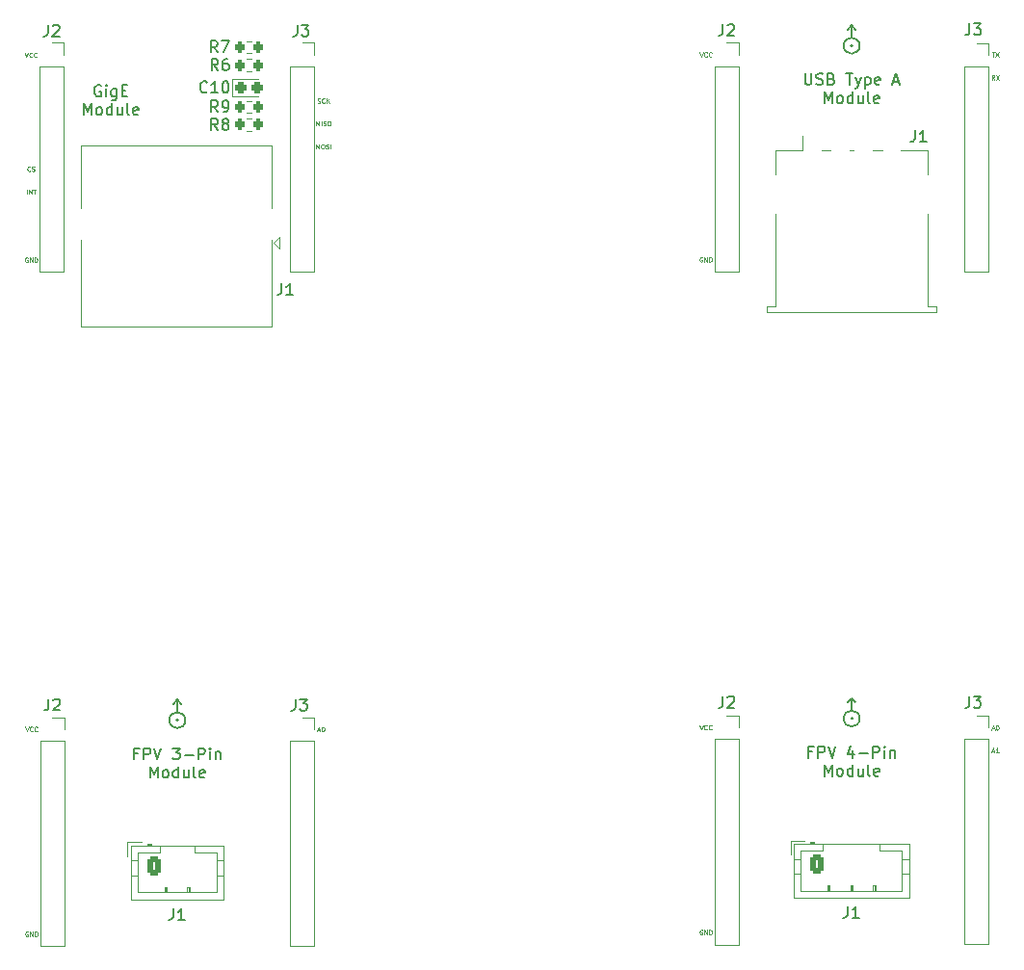
<source format=gto>
G04 #@! TF.GenerationSoftware,KiCad,Pcbnew,7.0.7*
G04 #@! TF.CreationDate,2023-10-04T16:42:28-06:00*
G04 #@! TF.ProjectId,Modular_Interfaces,4d6f6475-6c61-4725-9f49-6e7465726661,rev?*
G04 #@! TF.SameCoordinates,Original*
G04 #@! TF.FileFunction,Legend,Top*
G04 #@! TF.FilePolarity,Positive*
%FSLAX46Y46*%
G04 Gerber Fmt 4.6, Leading zero omitted, Abs format (unit mm)*
G04 Created by KiCad (PCBNEW 7.0.7) date 2023-10-04 16:42:28*
%MOMM*%
%LPD*%
G01*
G04 APERTURE LIST*
G04 Aperture macros list*
%AMRoundRect*
0 Rectangle with rounded corners*
0 $1 Rounding radius*
0 $2 $3 $4 $5 $6 $7 $8 $9 X,Y pos of 4 corners*
0 Add a 4 corners polygon primitive as box body*
4,1,4,$2,$3,$4,$5,$6,$7,$8,$9,$2,$3,0*
0 Add four circle primitives for the rounded corners*
1,1,$1+$1,$2,$3*
1,1,$1+$1,$4,$5*
1,1,$1+$1,$6,$7*
1,1,$1+$1,$8,$9*
0 Add four rect primitives between the rounded corners*
20,1,$1+$1,$2,$3,$4,$5,0*
20,1,$1+$1,$4,$5,$6,$7,0*
20,1,$1+$1,$6,$7,$8,$9,0*
20,1,$1+$1,$8,$9,$2,$3,0*%
G04 Aperture macros list end*
%ADD10C,0.100000*%
%ADD11C,0.150000*%
%ADD12C,0.120000*%
%ADD13R,1.350000X1.350000*%
%ADD14O,1.350000X1.350000*%
%ADD15C,3.250000*%
%ADD16R,1.500000X1.500000*%
%ADD17C,1.500000*%
%ADD18C,2.300000*%
%ADD19RoundRect,0.250000X-0.350000X-0.625000X0.350000X-0.625000X0.350000X0.625000X-0.350000X0.625000X0*%
%ADD20O,1.200000X1.750000*%
%ADD21RoundRect,0.250000X-0.287500X-0.275000X0.287500X-0.275000X0.287500X0.275000X-0.287500X0.275000X0*%
%ADD22RoundRect,0.200000X-0.200000X-0.275000X0.200000X-0.275000X0.200000X0.275000X-0.200000X0.275000X0*%
%ADD23R,1.250000X3.000000*%
%ADD24C,3.000000*%
G04 APERTURE END LIST*
D10*
X135729929Y-55022547D02*
X135729929Y-54622547D01*
X135729929Y-54622547D02*
X135863262Y-54908261D01*
X135863262Y-54908261D02*
X135996595Y-54622547D01*
X135996595Y-54622547D02*
X135996595Y-55022547D01*
X136263262Y-54622547D02*
X136339453Y-54622547D01*
X136339453Y-54622547D02*
X136377548Y-54641595D01*
X136377548Y-54641595D02*
X136415643Y-54679690D01*
X136415643Y-54679690D02*
X136434691Y-54755880D01*
X136434691Y-54755880D02*
X136434691Y-54889214D01*
X136434691Y-54889214D02*
X136415643Y-54965404D01*
X136415643Y-54965404D02*
X136377548Y-55003500D01*
X136377548Y-55003500D02*
X136339453Y-55022547D01*
X136339453Y-55022547D02*
X136263262Y-55022547D01*
X136263262Y-55022547D02*
X136225167Y-55003500D01*
X136225167Y-55003500D02*
X136187072Y-54965404D01*
X136187072Y-54965404D02*
X136168024Y-54889214D01*
X136168024Y-54889214D02*
X136168024Y-54755880D01*
X136168024Y-54755880D02*
X136187072Y-54679690D01*
X136187072Y-54679690D02*
X136225167Y-54641595D01*
X136225167Y-54641595D02*
X136263262Y-54622547D01*
X136587072Y-55003500D02*
X136644215Y-55022547D01*
X136644215Y-55022547D02*
X136739453Y-55022547D01*
X136739453Y-55022547D02*
X136777548Y-55003500D01*
X136777548Y-55003500D02*
X136796596Y-54984452D01*
X136796596Y-54984452D02*
X136815643Y-54946357D01*
X136815643Y-54946357D02*
X136815643Y-54908261D01*
X136815643Y-54908261D02*
X136796596Y-54870166D01*
X136796596Y-54870166D02*
X136777548Y-54851119D01*
X136777548Y-54851119D02*
X136739453Y-54832071D01*
X136739453Y-54832071D02*
X136663262Y-54813023D01*
X136663262Y-54813023D02*
X136625167Y-54793976D01*
X136625167Y-54793976D02*
X136606120Y-54774928D01*
X136606120Y-54774928D02*
X136587072Y-54736833D01*
X136587072Y-54736833D02*
X136587072Y-54698738D01*
X136587072Y-54698738D02*
X136606120Y-54660642D01*
X136606120Y-54660642D02*
X136625167Y-54641595D01*
X136625167Y-54641595D02*
X136663262Y-54622547D01*
X136663262Y-54622547D02*
X136758501Y-54622547D01*
X136758501Y-54622547D02*
X136815643Y-54641595D01*
X136987072Y-55022547D02*
X136987072Y-54622547D01*
X195350533Y-48941847D02*
X195217200Y-48751371D01*
X195121962Y-48941847D02*
X195121962Y-48541847D01*
X195121962Y-48541847D02*
X195274343Y-48541847D01*
X195274343Y-48541847D02*
X195312438Y-48560895D01*
X195312438Y-48560895D02*
X195331485Y-48579942D01*
X195331485Y-48579942D02*
X195350533Y-48618038D01*
X195350533Y-48618038D02*
X195350533Y-48675180D01*
X195350533Y-48675180D02*
X195331485Y-48713276D01*
X195331485Y-48713276D02*
X195312438Y-48732323D01*
X195312438Y-48732323D02*
X195274343Y-48751371D01*
X195274343Y-48751371D02*
X195121962Y-48751371D01*
X195483866Y-48541847D02*
X195750533Y-48941847D01*
X195750533Y-48541847D02*
X195483866Y-48941847D01*
D11*
X179337619Y-108026009D02*
X179004286Y-108026009D01*
X179004286Y-108549819D02*
X179004286Y-107549819D01*
X179004286Y-107549819D02*
X179480476Y-107549819D01*
X179861429Y-108549819D02*
X179861429Y-107549819D01*
X179861429Y-107549819D02*
X180242381Y-107549819D01*
X180242381Y-107549819D02*
X180337619Y-107597438D01*
X180337619Y-107597438D02*
X180385238Y-107645057D01*
X180385238Y-107645057D02*
X180432857Y-107740295D01*
X180432857Y-107740295D02*
X180432857Y-107883152D01*
X180432857Y-107883152D02*
X180385238Y-107978390D01*
X180385238Y-107978390D02*
X180337619Y-108026009D01*
X180337619Y-108026009D02*
X180242381Y-108073628D01*
X180242381Y-108073628D02*
X179861429Y-108073628D01*
X180718572Y-107549819D02*
X181051905Y-108549819D01*
X181051905Y-108549819D02*
X181385238Y-107549819D01*
X182909048Y-107883152D02*
X182909048Y-108549819D01*
X182670953Y-107502200D02*
X182432858Y-108216485D01*
X182432858Y-108216485D02*
X183051905Y-108216485D01*
X183432858Y-108168866D02*
X184194763Y-108168866D01*
X184670953Y-108549819D02*
X184670953Y-107549819D01*
X184670953Y-107549819D02*
X185051905Y-107549819D01*
X185051905Y-107549819D02*
X185147143Y-107597438D01*
X185147143Y-107597438D02*
X185194762Y-107645057D01*
X185194762Y-107645057D02*
X185242381Y-107740295D01*
X185242381Y-107740295D02*
X185242381Y-107883152D01*
X185242381Y-107883152D02*
X185194762Y-107978390D01*
X185194762Y-107978390D02*
X185147143Y-108026009D01*
X185147143Y-108026009D02*
X185051905Y-108073628D01*
X185051905Y-108073628D02*
X184670953Y-108073628D01*
X185670953Y-108549819D02*
X185670953Y-107883152D01*
X185670953Y-107549819D02*
X185623334Y-107597438D01*
X185623334Y-107597438D02*
X185670953Y-107645057D01*
X185670953Y-107645057D02*
X185718572Y-107597438D01*
X185718572Y-107597438D02*
X185670953Y-107549819D01*
X185670953Y-107549819D02*
X185670953Y-107645057D01*
X186147143Y-107883152D02*
X186147143Y-108549819D01*
X186147143Y-107978390D02*
X186194762Y-107930771D01*
X186194762Y-107930771D02*
X186290000Y-107883152D01*
X186290000Y-107883152D02*
X186432857Y-107883152D01*
X186432857Y-107883152D02*
X186528095Y-107930771D01*
X186528095Y-107930771D02*
X186575714Y-108026009D01*
X186575714Y-108026009D02*
X186575714Y-108549819D01*
X180409047Y-110159819D02*
X180409047Y-109159819D01*
X180409047Y-109159819D02*
X180742380Y-109874104D01*
X180742380Y-109874104D02*
X181075713Y-109159819D01*
X181075713Y-109159819D02*
X181075713Y-110159819D01*
X181694761Y-110159819D02*
X181599523Y-110112200D01*
X181599523Y-110112200D02*
X181551904Y-110064580D01*
X181551904Y-110064580D02*
X181504285Y-109969342D01*
X181504285Y-109969342D02*
X181504285Y-109683628D01*
X181504285Y-109683628D02*
X181551904Y-109588390D01*
X181551904Y-109588390D02*
X181599523Y-109540771D01*
X181599523Y-109540771D02*
X181694761Y-109493152D01*
X181694761Y-109493152D02*
X181837618Y-109493152D01*
X181837618Y-109493152D02*
X181932856Y-109540771D01*
X181932856Y-109540771D02*
X181980475Y-109588390D01*
X181980475Y-109588390D02*
X182028094Y-109683628D01*
X182028094Y-109683628D02*
X182028094Y-109969342D01*
X182028094Y-109969342D02*
X181980475Y-110064580D01*
X181980475Y-110064580D02*
X181932856Y-110112200D01*
X181932856Y-110112200D02*
X181837618Y-110159819D01*
X181837618Y-110159819D02*
X181694761Y-110159819D01*
X182885237Y-110159819D02*
X182885237Y-109159819D01*
X182885237Y-110112200D02*
X182789999Y-110159819D01*
X182789999Y-110159819D02*
X182599523Y-110159819D01*
X182599523Y-110159819D02*
X182504285Y-110112200D01*
X182504285Y-110112200D02*
X182456666Y-110064580D01*
X182456666Y-110064580D02*
X182409047Y-109969342D01*
X182409047Y-109969342D02*
X182409047Y-109683628D01*
X182409047Y-109683628D02*
X182456666Y-109588390D01*
X182456666Y-109588390D02*
X182504285Y-109540771D01*
X182504285Y-109540771D02*
X182599523Y-109493152D01*
X182599523Y-109493152D02*
X182789999Y-109493152D01*
X182789999Y-109493152D02*
X182885237Y-109540771D01*
X183789999Y-109493152D02*
X183789999Y-110159819D01*
X183361428Y-109493152D02*
X183361428Y-110016961D01*
X183361428Y-110016961D02*
X183409047Y-110112200D01*
X183409047Y-110112200D02*
X183504285Y-110159819D01*
X183504285Y-110159819D02*
X183647142Y-110159819D01*
X183647142Y-110159819D02*
X183742380Y-110112200D01*
X183742380Y-110112200D02*
X183789999Y-110064580D01*
X184409047Y-110159819D02*
X184313809Y-110112200D01*
X184313809Y-110112200D02*
X184266190Y-110016961D01*
X184266190Y-110016961D02*
X184266190Y-109159819D01*
X185170952Y-110112200D02*
X185075714Y-110159819D01*
X185075714Y-110159819D02*
X184885238Y-110159819D01*
X184885238Y-110159819D02*
X184790000Y-110112200D01*
X184790000Y-110112200D02*
X184742381Y-110016961D01*
X184742381Y-110016961D02*
X184742381Y-109636009D01*
X184742381Y-109636009D02*
X184790000Y-109540771D01*
X184790000Y-109540771D02*
X184885238Y-109493152D01*
X184885238Y-109493152D02*
X185075714Y-109493152D01*
X185075714Y-109493152D02*
X185170952Y-109540771D01*
X185170952Y-109540771D02*
X185218571Y-109636009D01*
X185218571Y-109636009D02*
X185218571Y-109731247D01*
X185218571Y-109731247D02*
X184742381Y-109826485D01*
D10*
X169443867Y-105671847D02*
X169577200Y-106071847D01*
X169577200Y-106071847D02*
X169710533Y-105671847D01*
X170072438Y-106033752D02*
X170053390Y-106052800D01*
X170053390Y-106052800D02*
X169996248Y-106071847D01*
X169996248Y-106071847D02*
X169958152Y-106071847D01*
X169958152Y-106071847D02*
X169901009Y-106052800D01*
X169901009Y-106052800D02*
X169862914Y-106014704D01*
X169862914Y-106014704D02*
X169843867Y-105976609D01*
X169843867Y-105976609D02*
X169824819Y-105900419D01*
X169824819Y-105900419D02*
X169824819Y-105843276D01*
X169824819Y-105843276D02*
X169843867Y-105767085D01*
X169843867Y-105767085D02*
X169862914Y-105728990D01*
X169862914Y-105728990D02*
X169901009Y-105690895D01*
X169901009Y-105690895D02*
X169958152Y-105671847D01*
X169958152Y-105671847D02*
X169996248Y-105671847D01*
X169996248Y-105671847D02*
X170053390Y-105690895D01*
X170053390Y-105690895D02*
X170072438Y-105709942D01*
X170472438Y-106033752D02*
X170453390Y-106052800D01*
X170453390Y-106052800D02*
X170396248Y-106071847D01*
X170396248Y-106071847D02*
X170358152Y-106071847D01*
X170358152Y-106071847D02*
X170301009Y-106052800D01*
X170301009Y-106052800D02*
X170262914Y-106014704D01*
X170262914Y-106014704D02*
X170243867Y-105976609D01*
X170243867Y-105976609D02*
X170224819Y-105900419D01*
X170224819Y-105900419D02*
X170224819Y-105843276D01*
X170224819Y-105843276D02*
X170243867Y-105767085D01*
X170243867Y-105767085D02*
X170262914Y-105728990D01*
X170262914Y-105728990D02*
X170301009Y-105690895D01*
X170301009Y-105690895D02*
X170358152Y-105671847D01*
X170358152Y-105671847D02*
X170396248Y-105671847D01*
X170396248Y-105671847D02*
X170453390Y-105690895D01*
X170453390Y-105690895D02*
X170472438Y-105709942D01*
X169672437Y-64570895D02*
X169634342Y-64551847D01*
X169634342Y-64551847D02*
X169577199Y-64551847D01*
X169577199Y-64551847D02*
X169520056Y-64570895D01*
X169520056Y-64570895D02*
X169481961Y-64608990D01*
X169481961Y-64608990D02*
X169462914Y-64647085D01*
X169462914Y-64647085D02*
X169443866Y-64723276D01*
X169443866Y-64723276D02*
X169443866Y-64780419D01*
X169443866Y-64780419D02*
X169462914Y-64856609D01*
X169462914Y-64856609D02*
X169481961Y-64894704D01*
X169481961Y-64894704D02*
X169520056Y-64932800D01*
X169520056Y-64932800D02*
X169577199Y-64951847D01*
X169577199Y-64951847D02*
X169615295Y-64951847D01*
X169615295Y-64951847D02*
X169672437Y-64932800D01*
X169672437Y-64932800D02*
X169691485Y-64913752D01*
X169691485Y-64913752D02*
X169691485Y-64780419D01*
X169691485Y-64780419D02*
X169615295Y-64780419D01*
X169862914Y-64951847D02*
X169862914Y-64551847D01*
X169862914Y-64551847D02*
X170091485Y-64951847D01*
X170091485Y-64951847D02*
X170091485Y-64551847D01*
X170281962Y-64951847D02*
X170281962Y-64551847D01*
X170281962Y-64551847D02*
X170377200Y-64551847D01*
X170377200Y-64551847D02*
X170434343Y-64570895D01*
X170434343Y-64570895D02*
X170472438Y-64608990D01*
X170472438Y-64608990D02*
X170491485Y-64647085D01*
X170491485Y-64647085D02*
X170510533Y-64723276D01*
X170510533Y-64723276D02*
X170510533Y-64780419D01*
X170510533Y-64780419D02*
X170491485Y-64856609D01*
X170491485Y-64856609D02*
X170472438Y-64894704D01*
X170472438Y-64894704D02*
X170434343Y-64932800D01*
X170434343Y-64932800D02*
X170377200Y-64951847D01*
X170377200Y-64951847D02*
X170281962Y-64951847D01*
D11*
X116797547Y-49480138D02*
X116702309Y-49432519D01*
X116702309Y-49432519D02*
X116559452Y-49432519D01*
X116559452Y-49432519D02*
X116416595Y-49480138D01*
X116416595Y-49480138D02*
X116321357Y-49575376D01*
X116321357Y-49575376D02*
X116273738Y-49670614D01*
X116273738Y-49670614D02*
X116226119Y-49861090D01*
X116226119Y-49861090D02*
X116226119Y-50003947D01*
X116226119Y-50003947D02*
X116273738Y-50194423D01*
X116273738Y-50194423D02*
X116321357Y-50289661D01*
X116321357Y-50289661D02*
X116416595Y-50384900D01*
X116416595Y-50384900D02*
X116559452Y-50432519D01*
X116559452Y-50432519D02*
X116654690Y-50432519D01*
X116654690Y-50432519D02*
X116797547Y-50384900D01*
X116797547Y-50384900D02*
X116845166Y-50337280D01*
X116845166Y-50337280D02*
X116845166Y-50003947D01*
X116845166Y-50003947D02*
X116654690Y-50003947D01*
X117273738Y-50432519D02*
X117273738Y-49765852D01*
X117273738Y-49432519D02*
X117226119Y-49480138D01*
X117226119Y-49480138D02*
X117273738Y-49527757D01*
X117273738Y-49527757D02*
X117321357Y-49480138D01*
X117321357Y-49480138D02*
X117273738Y-49432519D01*
X117273738Y-49432519D02*
X117273738Y-49527757D01*
X118178499Y-49765852D02*
X118178499Y-50575376D01*
X118178499Y-50575376D02*
X118130880Y-50670614D01*
X118130880Y-50670614D02*
X118083261Y-50718233D01*
X118083261Y-50718233D02*
X117988023Y-50765852D01*
X117988023Y-50765852D02*
X117845166Y-50765852D01*
X117845166Y-50765852D02*
X117749928Y-50718233D01*
X118178499Y-50384900D02*
X118083261Y-50432519D01*
X118083261Y-50432519D02*
X117892785Y-50432519D01*
X117892785Y-50432519D02*
X117797547Y-50384900D01*
X117797547Y-50384900D02*
X117749928Y-50337280D01*
X117749928Y-50337280D02*
X117702309Y-50242042D01*
X117702309Y-50242042D02*
X117702309Y-49956328D01*
X117702309Y-49956328D02*
X117749928Y-49861090D01*
X117749928Y-49861090D02*
X117797547Y-49813471D01*
X117797547Y-49813471D02*
X117892785Y-49765852D01*
X117892785Y-49765852D02*
X118083261Y-49765852D01*
X118083261Y-49765852D02*
X118178499Y-49813471D01*
X118654690Y-49908709D02*
X118988023Y-49908709D01*
X119130880Y-50432519D02*
X118654690Y-50432519D01*
X118654690Y-50432519D02*
X118654690Y-49432519D01*
X118654690Y-49432519D02*
X119130880Y-49432519D01*
X115297547Y-52042519D02*
X115297547Y-51042519D01*
X115297547Y-51042519D02*
X115630880Y-51756804D01*
X115630880Y-51756804D02*
X115964213Y-51042519D01*
X115964213Y-51042519D02*
X115964213Y-52042519D01*
X116583261Y-52042519D02*
X116488023Y-51994900D01*
X116488023Y-51994900D02*
X116440404Y-51947280D01*
X116440404Y-51947280D02*
X116392785Y-51852042D01*
X116392785Y-51852042D02*
X116392785Y-51566328D01*
X116392785Y-51566328D02*
X116440404Y-51471090D01*
X116440404Y-51471090D02*
X116488023Y-51423471D01*
X116488023Y-51423471D02*
X116583261Y-51375852D01*
X116583261Y-51375852D02*
X116726118Y-51375852D01*
X116726118Y-51375852D02*
X116821356Y-51423471D01*
X116821356Y-51423471D02*
X116868975Y-51471090D01*
X116868975Y-51471090D02*
X116916594Y-51566328D01*
X116916594Y-51566328D02*
X116916594Y-51852042D01*
X116916594Y-51852042D02*
X116868975Y-51947280D01*
X116868975Y-51947280D02*
X116821356Y-51994900D01*
X116821356Y-51994900D02*
X116726118Y-52042519D01*
X116726118Y-52042519D02*
X116583261Y-52042519D01*
X117773737Y-52042519D02*
X117773737Y-51042519D01*
X117773737Y-51994900D02*
X117678499Y-52042519D01*
X117678499Y-52042519D02*
X117488023Y-52042519D01*
X117488023Y-52042519D02*
X117392785Y-51994900D01*
X117392785Y-51994900D02*
X117345166Y-51947280D01*
X117345166Y-51947280D02*
X117297547Y-51852042D01*
X117297547Y-51852042D02*
X117297547Y-51566328D01*
X117297547Y-51566328D02*
X117345166Y-51471090D01*
X117345166Y-51471090D02*
X117392785Y-51423471D01*
X117392785Y-51423471D02*
X117488023Y-51375852D01*
X117488023Y-51375852D02*
X117678499Y-51375852D01*
X117678499Y-51375852D02*
X117773737Y-51423471D01*
X118678499Y-51375852D02*
X118678499Y-52042519D01*
X118249928Y-51375852D02*
X118249928Y-51899661D01*
X118249928Y-51899661D02*
X118297547Y-51994900D01*
X118297547Y-51994900D02*
X118392785Y-52042519D01*
X118392785Y-52042519D02*
X118535642Y-52042519D01*
X118535642Y-52042519D02*
X118630880Y-51994900D01*
X118630880Y-51994900D02*
X118678499Y-51947280D01*
X119297547Y-52042519D02*
X119202309Y-51994900D01*
X119202309Y-51994900D02*
X119154690Y-51899661D01*
X119154690Y-51899661D02*
X119154690Y-51042519D01*
X120059452Y-51994900D02*
X119964214Y-52042519D01*
X119964214Y-52042519D02*
X119773738Y-52042519D01*
X119773738Y-52042519D02*
X119678500Y-51994900D01*
X119678500Y-51994900D02*
X119630881Y-51899661D01*
X119630881Y-51899661D02*
X119630881Y-51518709D01*
X119630881Y-51518709D02*
X119678500Y-51423471D01*
X119678500Y-51423471D02*
X119773738Y-51375852D01*
X119773738Y-51375852D02*
X119964214Y-51375852D01*
X119964214Y-51375852D02*
X120059452Y-51423471D01*
X120059452Y-51423471D02*
X120107071Y-51518709D01*
X120107071Y-51518709D02*
X120107071Y-51613947D01*
X120107071Y-51613947D02*
X119630881Y-51709185D01*
D10*
X110601833Y-56954452D02*
X110582785Y-56973500D01*
X110582785Y-56973500D02*
X110525643Y-56992547D01*
X110525643Y-56992547D02*
X110487547Y-56992547D01*
X110487547Y-56992547D02*
X110430404Y-56973500D01*
X110430404Y-56973500D02*
X110392309Y-56935404D01*
X110392309Y-56935404D02*
X110373262Y-56897309D01*
X110373262Y-56897309D02*
X110354214Y-56821119D01*
X110354214Y-56821119D02*
X110354214Y-56763976D01*
X110354214Y-56763976D02*
X110373262Y-56687785D01*
X110373262Y-56687785D02*
X110392309Y-56649690D01*
X110392309Y-56649690D02*
X110430404Y-56611595D01*
X110430404Y-56611595D02*
X110487547Y-56592547D01*
X110487547Y-56592547D02*
X110525643Y-56592547D01*
X110525643Y-56592547D02*
X110582785Y-56611595D01*
X110582785Y-56611595D02*
X110601833Y-56630642D01*
X110754214Y-56973500D02*
X110811357Y-56992547D01*
X110811357Y-56992547D02*
X110906595Y-56992547D01*
X110906595Y-56992547D02*
X110944690Y-56973500D01*
X110944690Y-56973500D02*
X110963738Y-56954452D01*
X110963738Y-56954452D02*
X110982785Y-56916357D01*
X110982785Y-56916357D02*
X110982785Y-56878261D01*
X110982785Y-56878261D02*
X110963738Y-56840166D01*
X110963738Y-56840166D02*
X110944690Y-56821119D01*
X110944690Y-56821119D02*
X110906595Y-56802071D01*
X110906595Y-56802071D02*
X110830404Y-56783023D01*
X110830404Y-56783023D02*
X110792309Y-56763976D01*
X110792309Y-56763976D02*
X110773262Y-56744928D01*
X110773262Y-56744928D02*
X110754214Y-56706833D01*
X110754214Y-56706833D02*
X110754214Y-56668738D01*
X110754214Y-56668738D02*
X110773262Y-56630642D01*
X110773262Y-56630642D02*
X110792309Y-56611595D01*
X110792309Y-56611595D02*
X110830404Y-56592547D01*
X110830404Y-56592547D02*
X110925643Y-56592547D01*
X110925643Y-56592547D02*
X110982785Y-56611595D01*
X135861486Y-106127561D02*
X136051962Y-106127561D01*
X135823391Y-106241847D02*
X135956724Y-105841847D01*
X135956724Y-105841847D02*
X136090057Y-106241847D01*
X136299581Y-105841847D02*
X136337676Y-105841847D01*
X136337676Y-105841847D02*
X136375772Y-105860895D01*
X136375772Y-105860895D02*
X136394819Y-105879942D01*
X136394819Y-105879942D02*
X136413867Y-105918038D01*
X136413867Y-105918038D02*
X136432914Y-105994228D01*
X136432914Y-105994228D02*
X136432914Y-106089466D01*
X136432914Y-106089466D02*
X136413867Y-106165657D01*
X136413867Y-106165657D02*
X136394819Y-106203752D01*
X136394819Y-106203752D02*
X136375772Y-106222800D01*
X136375772Y-106222800D02*
X136337676Y-106241847D01*
X136337676Y-106241847D02*
X136299581Y-106241847D01*
X136299581Y-106241847D02*
X136261486Y-106222800D01*
X136261486Y-106222800D02*
X136242438Y-106203752D01*
X136242438Y-106203752D02*
X136223391Y-106165657D01*
X136223391Y-106165657D02*
X136204343Y-106089466D01*
X136204343Y-106089466D02*
X136204343Y-105994228D01*
X136204343Y-105994228D02*
X136223391Y-105918038D01*
X136223391Y-105918038D02*
X136242438Y-105879942D01*
X136242438Y-105879942D02*
X136261486Y-105860895D01*
X136261486Y-105860895D02*
X136299581Y-105841847D01*
X110363737Y-64611595D02*
X110325642Y-64592547D01*
X110325642Y-64592547D02*
X110268499Y-64592547D01*
X110268499Y-64592547D02*
X110211356Y-64611595D01*
X110211356Y-64611595D02*
X110173261Y-64649690D01*
X110173261Y-64649690D02*
X110154214Y-64687785D01*
X110154214Y-64687785D02*
X110135166Y-64763976D01*
X110135166Y-64763976D02*
X110135166Y-64821119D01*
X110135166Y-64821119D02*
X110154214Y-64897309D01*
X110154214Y-64897309D02*
X110173261Y-64935404D01*
X110173261Y-64935404D02*
X110211356Y-64973500D01*
X110211356Y-64973500D02*
X110268499Y-64992547D01*
X110268499Y-64992547D02*
X110306595Y-64992547D01*
X110306595Y-64992547D02*
X110363737Y-64973500D01*
X110363737Y-64973500D02*
X110382785Y-64954452D01*
X110382785Y-64954452D02*
X110382785Y-64821119D01*
X110382785Y-64821119D02*
X110306595Y-64821119D01*
X110554214Y-64992547D02*
X110554214Y-64592547D01*
X110554214Y-64592547D02*
X110782785Y-64992547D01*
X110782785Y-64992547D02*
X110782785Y-64592547D01*
X110973262Y-64992547D02*
X110973262Y-64592547D01*
X110973262Y-64592547D02*
X111068500Y-64592547D01*
X111068500Y-64592547D02*
X111125643Y-64611595D01*
X111125643Y-64611595D02*
X111163738Y-64649690D01*
X111163738Y-64649690D02*
X111182785Y-64687785D01*
X111182785Y-64687785D02*
X111201833Y-64763976D01*
X111201833Y-64763976D02*
X111201833Y-64821119D01*
X111201833Y-64821119D02*
X111182785Y-64897309D01*
X111182785Y-64897309D02*
X111163738Y-64935404D01*
X111163738Y-64935404D02*
X111125643Y-64973500D01*
X111125643Y-64973500D02*
X111068500Y-64992547D01*
X111068500Y-64992547D02*
X110973262Y-64992547D01*
X110306595Y-58992547D02*
X110306595Y-58592547D01*
X110497071Y-58992547D02*
X110497071Y-58592547D01*
X110497071Y-58592547D02*
X110725642Y-58992547D01*
X110725642Y-58992547D02*
X110725642Y-58592547D01*
X110858976Y-58592547D02*
X111087547Y-58592547D01*
X110973261Y-58992547D02*
X110973261Y-58592547D01*
X195112438Y-46551847D02*
X195341009Y-46551847D01*
X195226723Y-46951847D02*
X195226723Y-46551847D01*
X195436247Y-46551847D02*
X195702914Y-46951847D01*
X195702914Y-46551847D02*
X195436247Y-46951847D01*
X195131486Y-105977561D02*
X195321962Y-105977561D01*
X195093391Y-106091847D02*
X195226724Y-105691847D01*
X195226724Y-105691847D02*
X195360057Y-106091847D01*
X195569581Y-105691847D02*
X195607676Y-105691847D01*
X195607676Y-105691847D02*
X195645772Y-105710895D01*
X195645772Y-105710895D02*
X195664819Y-105729942D01*
X195664819Y-105729942D02*
X195683867Y-105768038D01*
X195683867Y-105768038D02*
X195702914Y-105844228D01*
X195702914Y-105844228D02*
X195702914Y-105939466D01*
X195702914Y-105939466D02*
X195683867Y-106015657D01*
X195683867Y-106015657D02*
X195664819Y-106053752D01*
X195664819Y-106053752D02*
X195645772Y-106072800D01*
X195645772Y-106072800D02*
X195607676Y-106091847D01*
X195607676Y-106091847D02*
X195569581Y-106091847D01*
X195569581Y-106091847D02*
X195531486Y-106072800D01*
X195531486Y-106072800D02*
X195512438Y-106053752D01*
X195512438Y-106053752D02*
X195493391Y-106015657D01*
X195493391Y-106015657D02*
X195474343Y-105939466D01*
X195474343Y-105939466D02*
X195474343Y-105844228D01*
X195474343Y-105844228D02*
X195493391Y-105768038D01*
X195493391Y-105768038D02*
X195512438Y-105729942D01*
X195512438Y-105729942D02*
X195531486Y-105710895D01*
X195531486Y-105710895D02*
X195569581Y-105691847D01*
X195131286Y-107976761D02*
X195321762Y-107976761D01*
X195093191Y-108091047D02*
X195226524Y-107691047D01*
X195226524Y-107691047D02*
X195359857Y-108091047D01*
X195702714Y-108091047D02*
X195474143Y-108091047D01*
X195588429Y-108091047D02*
X195588429Y-107691047D01*
X195588429Y-107691047D02*
X195550333Y-107748190D01*
X195550333Y-107748190D02*
X195512238Y-107786285D01*
X195512238Y-107786285D02*
X195474143Y-107805333D01*
X169443867Y-46531847D02*
X169577200Y-46931847D01*
X169577200Y-46931847D02*
X169710533Y-46531847D01*
X170072438Y-46893752D02*
X170053390Y-46912800D01*
X170053390Y-46912800D02*
X169996248Y-46931847D01*
X169996248Y-46931847D02*
X169958152Y-46931847D01*
X169958152Y-46931847D02*
X169901009Y-46912800D01*
X169901009Y-46912800D02*
X169862914Y-46874704D01*
X169862914Y-46874704D02*
X169843867Y-46836609D01*
X169843867Y-46836609D02*
X169824819Y-46760419D01*
X169824819Y-46760419D02*
X169824819Y-46703276D01*
X169824819Y-46703276D02*
X169843867Y-46627085D01*
X169843867Y-46627085D02*
X169862914Y-46588990D01*
X169862914Y-46588990D02*
X169901009Y-46550895D01*
X169901009Y-46550895D02*
X169958152Y-46531847D01*
X169958152Y-46531847D02*
X169996248Y-46531847D01*
X169996248Y-46531847D02*
X170053390Y-46550895D01*
X170053390Y-46550895D02*
X170072438Y-46569942D01*
X170472438Y-46893752D02*
X170453390Y-46912800D01*
X170453390Y-46912800D02*
X170396248Y-46931847D01*
X170396248Y-46931847D02*
X170358152Y-46931847D01*
X170358152Y-46931847D02*
X170301009Y-46912800D01*
X170301009Y-46912800D02*
X170262914Y-46874704D01*
X170262914Y-46874704D02*
X170243867Y-46836609D01*
X170243867Y-46836609D02*
X170224819Y-46760419D01*
X170224819Y-46760419D02*
X170224819Y-46703276D01*
X170224819Y-46703276D02*
X170243867Y-46627085D01*
X170243867Y-46627085D02*
X170262914Y-46588990D01*
X170262914Y-46588990D02*
X170301009Y-46550895D01*
X170301009Y-46550895D02*
X170358152Y-46531847D01*
X170358152Y-46531847D02*
X170396248Y-46531847D01*
X170396248Y-46531847D02*
X170453390Y-46550895D01*
X170453390Y-46550895D02*
X170472438Y-46569942D01*
D11*
X120067619Y-108176009D02*
X119734286Y-108176009D01*
X119734286Y-108699819D02*
X119734286Y-107699819D01*
X119734286Y-107699819D02*
X120210476Y-107699819D01*
X120591429Y-108699819D02*
X120591429Y-107699819D01*
X120591429Y-107699819D02*
X120972381Y-107699819D01*
X120972381Y-107699819D02*
X121067619Y-107747438D01*
X121067619Y-107747438D02*
X121115238Y-107795057D01*
X121115238Y-107795057D02*
X121162857Y-107890295D01*
X121162857Y-107890295D02*
X121162857Y-108033152D01*
X121162857Y-108033152D02*
X121115238Y-108128390D01*
X121115238Y-108128390D02*
X121067619Y-108176009D01*
X121067619Y-108176009D02*
X120972381Y-108223628D01*
X120972381Y-108223628D02*
X120591429Y-108223628D01*
X121448572Y-107699819D02*
X121781905Y-108699819D01*
X121781905Y-108699819D02*
X122115238Y-107699819D01*
X123115239Y-107699819D02*
X123734286Y-107699819D01*
X123734286Y-107699819D02*
X123400953Y-108080771D01*
X123400953Y-108080771D02*
X123543810Y-108080771D01*
X123543810Y-108080771D02*
X123639048Y-108128390D01*
X123639048Y-108128390D02*
X123686667Y-108176009D01*
X123686667Y-108176009D02*
X123734286Y-108271247D01*
X123734286Y-108271247D02*
X123734286Y-108509342D01*
X123734286Y-108509342D02*
X123686667Y-108604580D01*
X123686667Y-108604580D02*
X123639048Y-108652200D01*
X123639048Y-108652200D02*
X123543810Y-108699819D01*
X123543810Y-108699819D02*
X123258096Y-108699819D01*
X123258096Y-108699819D02*
X123162858Y-108652200D01*
X123162858Y-108652200D02*
X123115239Y-108604580D01*
X124162858Y-108318866D02*
X124924763Y-108318866D01*
X125400953Y-108699819D02*
X125400953Y-107699819D01*
X125400953Y-107699819D02*
X125781905Y-107699819D01*
X125781905Y-107699819D02*
X125877143Y-107747438D01*
X125877143Y-107747438D02*
X125924762Y-107795057D01*
X125924762Y-107795057D02*
X125972381Y-107890295D01*
X125972381Y-107890295D02*
X125972381Y-108033152D01*
X125972381Y-108033152D02*
X125924762Y-108128390D01*
X125924762Y-108128390D02*
X125877143Y-108176009D01*
X125877143Y-108176009D02*
X125781905Y-108223628D01*
X125781905Y-108223628D02*
X125400953Y-108223628D01*
X126400953Y-108699819D02*
X126400953Y-108033152D01*
X126400953Y-107699819D02*
X126353334Y-107747438D01*
X126353334Y-107747438D02*
X126400953Y-107795057D01*
X126400953Y-107795057D02*
X126448572Y-107747438D01*
X126448572Y-107747438D02*
X126400953Y-107699819D01*
X126400953Y-107699819D02*
X126400953Y-107795057D01*
X126877143Y-108033152D02*
X126877143Y-108699819D01*
X126877143Y-108128390D02*
X126924762Y-108080771D01*
X126924762Y-108080771D02*
X127020000Y-108033152D01*
X127020000Y-108033152D02*
X127162857Y-108033152D01*
X127162857Y-108033152D02*
X127258095Y-108080771D01*
X127258095Y-108080771D02*
X127305714Y-108176009D01*
X127305714Y-108176009D02*
X127305714Y-108699819D01*
X121139047Y-110309819D02*
X121139047Y-109309819D01*
X121139047Y-109309819D02*
X121472380Y-110024104D01*
X121472380Y-110024104D02*
X121805713Y-109309819D01*
X121805713Y-109309819D02*
X121805713Y-110309819D01*
X122424761Y-110309819D02*
X122329523Y-110262200D01*
X122329523Y-110262200D02*
X122281904Y-110214580D01*
X122281904Y-110214580D02*
X122234285Y-110119342D01*
X122234285Y-110119342D02*
X122234285Y-109833628D01*
X122234285Y-109833628D02*
X122281904Y-109738390D01*
X122281904Y-109738390D02*
X122329523Y-109690771D01*
X122329523Y-109690771D02*
X122424761Y-109643152D01*
X122424761Y-109643152D02*
X122567618Y-109643152D01*
X122567618Y-109643152D02*
X122662856Y-109690771D01*
X122662856Y-109690771D02*
X122710475Y-109738390D01*
X122710475Y-109738390D02*
X122758094Y-109833628D01*
X122758094Y-109833628D02*
X122758094Y-110119342D01*
X122758094Y-110119342D02*
X122710475Y-110214580D01*
X122710475Y-110214580D02*
X122662856Y-110262200D01*
X122662856Y-110262200D02*
X122567618Y-110309819D01*
X122567618Y-110309819D02*
X122424761Y-110309819D01*
X123615237Y-110309819D02*
X123615237Y-109309819D01*
X123615237Y-110262200D02*
X123519999Y-110309819D01*
X123519999Y-110309819D02*
X123329523Y-110309819D01*
X123329523Y-110309819D02*
X123234285Y-110262200D01*
X123234285Y-110262200D02*
X123186666Y-110214580D01*
X123186666Y-110214580D02*
X123139047Y-110119342D01*
X123139047Y-110119342D02*
X123139047Y-109833628D01*
X123139047Y-109833628D02*
X123186666Y-109738390D01*
X123186666Y-109738390D02*
X123234285Y-109690771D01*
X123234285Y-109690771D02*
X123329523Y-109643152D01*
X123329523Y-109643152D02*
X123519999Y-109643152D01*
X123519999Y-109643152D02*
X123615237Y-109690771D01*
X124519999Y-109643152D02*
X124519999Y-110309819D01*
X124091428Y-109643152D02*
X124091428Y-110166961D01*
X124091428Y-110166961D02*
X124139047Y-110262200D01*
X124139047Y-110262200D02*
X124234285Y-110309819D01*
X124234285Y-110309819D02*
X124377142Y-110309819D01*
X124377142Y-110309819D02*
X124472380Y-110262200D01*
X124472380Y-110262200D02*
X124519999Y-110214580D01*
X125139047Y-110309819D02*
X125043809Y-110262200D01*
X125043809Y-110262200D02*
X124996190Y-110166961D01*
X124996190Y-110166961D02*
X124996190Y-109309819D01*
X125900952Y-110262200D02*
X125805714Y-110309819D01*
X125805714Y-110309819D02*
X125615238Y-110309819D01*
X125615238Y-110309819D02*
X125520000Y-110262200D01*
X125520000Y-110262200D02*
X125472381Y-110166961D01*
X125472381Y-110166961D02*
X125472381Y-109786009D01*
X125472381Y-109786009D02*
X125520000Y-109690771D01*
X125520000Y-109690771D02*
X125615238Y-109643152D01*
X125615238Y-109643152D02*
X125805714Y-109643152D01*
X125805714Y-109643152D02*
X125900952Y-109690771D01*
X125900952Y-109690771D02*
X125948571Y-109786009D01*
X125948571Y-109786009D02*
X125948571Y-109881247D01*
X125948571Y-109881247D02*
X125472381Y-109976485D01*
X178694761Y-48409819D02*
X178694761Y-49219342D01*
X178694761Y-49219342D02*
X178742380Y-49314580D01*
X178742380Y-49314580D02*
X178789999Y-49362200D01*
X178789999Y-49362200D02*
X178885237Y-49409819D01*
X178885237Y-49409819D02*
X179075713Y-49409819D01*
X179075713Y-49409819D02*
X179170951Y-49362200D01*
X179170951Y-49362200D02*
X179218570Y-49314580D01*
X179218570Y-49314580D02*
X179266189Y-49219342D01*
X179266189Y-49219342D02*
X179266189Y-48409819D01*
X179694761Y-49362200D02*
X179837618Y-49409819D01*
X179837618Y-49409819D02*
X180075713Y-49409819D01*
X180075713Y-49409819D02*
X180170951Y-49362200D01*
X180170951Y-49362200D02*
X180218570Y-49314580D01*
X180218570Y-49314580D02*
X180266189Y-49219342D01*
X180266189Y-49219342D02*
X180266189Y-49124104D01*
X180266189Y-49124104D02*
X180218570Y-49028866D01*
X180218570Y-49028866D02*
X180170951Y-48981247D01*
X180170951Y-48981247D02*
X180075713Y-48933628D01*
X180075713Y-48933628D02*
X179885237Y-48886009D01*
X179885237Y-48886009D02*
X179789999Y-48838390D01*
X179789999Y-48838390D02*
X179742380Y-48790771D01*
X179742380Y-48790771D02*
X179694761Y-48695533D01*
X179694761Y-48695533D02*
X179694761Y-48600295D01*
X179694761Y-48600295D02*
X179742380Y-48505057D01*
X179742380Y-48505057D02*
X179789999Y-48457438D01*
X179789999Y-48457438D02*
X179885237Y-48409819D01*
X179885237Y-48409819D02*
X180123332Y-48409819D01*
X180123332Y-48409819D02*
X180266189Y-48457438D01*
X181028094Y-48886009D02*
X181170951Y-48933628D01*
X181170951Y-48933628D02*
X181218570Y-48981247D01*
X181218570Y-48981247D02*
X181266189Y-49076485D01*
X181266189Y-49076485D02*
X181266189Y-49219342D01*
X181266189Y-49219342D02*
X181218570Y-49314580D01*
X181218570Y-49314580D02*
X181170951Y-49362200D01*
X181170951Y-49362200D02*
X181075713Y-49409819D01*
X181075713Y-49409819D02*
X180694761Y-49409819D01*
X180694761Y-49409819D02*
X180694761Y-48409819D01*
X180694761Y-48409819D02*
X181028094Y-48409819D01*
X181028094Y-48409819D02*
X181123332Y-48457438D01*
X181123332Y-48457438D02*
X181170951Y-48505057D01*
X181170951Y-48505057D02*
X181218570Y-48600295D01*
X181218570Y-48600295D02*
X181218570Y-48695533D01*
X181218570Y-48695533D02*
X181170951Y-48790771D01*
X181170951Y-48790771D02*
X181123332Y-48838390D01*
X181123332Y-48838390D02*
X181028094Y-48886009D01*
X181028094Y-48886009D02*
X180694761Y-48886009D01*
X182313809Y-48409819D02*
X182885237Y-48409819D01*
X182599523Y-49409819D02*
X182599523Y-48409819D01*
X183123333Y-48743152D02*
X183361428Y-49409819D01*
X183599523Y-48743152D02*
X183361428Y-49409819D01*
X183361428Y-49409819D02*
X183266190Y-49647914D01*
X183266190Y-49647914D02*
X183218571Y-49695533D01*
X183218571Y-49695533D02*
X183123333Y-49743152D01*
X183980476Y-48743152D02*
X183980476Y-49743152D01*
X183980476Y-48790771D02*
X184075714Y-48743152D01*
X184075714Y-48743152D02*
X184266190Y-48743152D01*
X184266190Y-48743152D02*
X184361428Y-48790771D01*
X184361428Y-48790771D02*
X184409047Y-48838390D01*
X184409047Y-48838390D02*
X184456666Y-48933628D01*
X184456666Y-48933628D02*
X184456666Y-49219342D01*
X184456666Y-49219342D02*
X184409047Y-49314580D01*
X184409047Y-49314580D02*
X184361428Y-49362200D01*
X184361428Y-49362200D02*
X184266190Y-49409819D01*
X184266190Y-49409819D02*
X184075714Y-49409819D01*
X184075714Y-49409819D02*
X183980476Y-49362200D01*
X185266190Y-49362200D02*
X185170952Y-49409819D01*
X185170952Y-49409819D02*
X184980476Y-49409819D01*
X184980476Y-49409819D02*
X184885238Y-49362200D01*
X184885238Y-49362200D02*
X184837619Y-49266961D01*
X184837619Y-49266961D02*
X184837619Y-48886009D01*
X184837619Y-48886009D02*
X184885238Y-48790771D01*
X184885238Y-48790771D02*
X184980476Y-48743152D01*
X184980476Y-48743152D02*
X185170952Y-48743152D01*
X185170952Y-48743152D02*
X185266190Y-48790771D01*
X185266190Y-48790771D02*
X185313809Y-48886009D01*
X185313809Y-48886009D02*
X185313809Y-48981247D01*
X185313809Y-48981247D02*
X184837619Y-49076485D01*
X186456667Y-49124104D02*
X186932857Y-49124104D01*
X186361429Y-49409819D02*
X186694762Y-48409819D01*
X186694762Y-48409819D02*
X187028095Y-49409819D01*
X180409047Y-51019819D02*
X180409047Y-50019819D01*
X180409047Y-50019819D02*
X180742380Y-50734104D01*
X180742380Y-50734104D02*
X181075713Y-50019819D01*
X181075713Y-50019819D02*
X181075713Y-51019819D01*
X181694761Y-51019819D02*
X181599523Y-50972200D01*
X181599523Y-50972200D02*
X181551904Y-50924580D01*
X181551904Y-50924580D02*
X181504285Y-50829342D01*
X181504285Y-50829342D02*
X181504285Y-50543628D01*
X181504285Y-50543628D02*
X181551904Y-50448390D01*
X181551904Y-50448390D02*
X181599523Y-50400771D01*
X181599523Y-50400771D02*
X181694761Y-50353152D01*
X181694761Y-50353152D02*
X181837618Y-50353152D01*
X181837618Y-50353152D02*
X181932856Y-50400771D01*
X181932856Y-50400771D02*
X181980475Y-50448390D01*
X181980475Y-50448390D02*
X182028094Y-50543628D01*
X182028094Y-50543628D02*
X182028094Y-50829342D01*
X182028094Y-50829342D02*
X181980475Y-50924580D01*
X181980475Y-50924580D02*
X181932856Y-50972200D01*
X181932856Y-50972200D02*
X181837618Y-51019819D01*
X181837618Y-51019819D02*
X181694761Y-51019819D01*
X182885237Y-51019819D02*
X182885237Y-50019819D01*
X182885237Y-50972200D02*
X182789999Y-51019819D01*
X182789999Y-51019819D02*
X182599523Y-51019819D01*
X182599523Y-51019819D02*
X182504285Y-50972200D01*
X182504285Y-50972200D02*
X182456666Y-50924580D01*
X182456666Y-50924580D02*
X182409047Y-50829342D01*
X182409047Y-50829342D02*
X182409047Y-50543628D01*
X182409047Y-50543628D02*
X182456666Y-50448390D01*
X182456666Y-50448390D02*
X182504285Y-50400771D01*
X182504285Y-50400771D02*
X182599523Y-50353152D01*
X182599523Y-50353152D02*
X182789999Y-50353152D01*
X182789999Y-50353152D02*
X182885237Y-50400771D01*
X183789999Y-50353152D02*
X183789999Y-51019819D01*
X183361428Y-50353152D02*
X183361428Y-50876961D01*
X183361428Y-50876961D02*
X183409047Y-50972200D01*
X183409047Y-50972200D02*
X183504285Y-51019819D01*
X183504285Y-51019819D02*
X183647142Y-51019819D01*
X183647142Y-51019819D02*
X183742380Y-50972200D01*
X183742380Y-50972200D02*
X183789999Y-50924580D01*
X184409047Y-51019819D02*
X184313809Y-50972200D01*
X184313809Y-50972200D02*
X184266190Y-50876961D01*
X184266190Y-50876961D02*
X184266190Y-50019819D01*
X185170952Y-50972200D02*
X185075714Y-51019819D01*
X185075714Y-51019819D02*
X184885238Y-51019819D01*
X184885238Y-51019819D02*
X184790000Y-50972200D01*
X184790000Y-50972200D02*
X184742381Y-50876961D01*
X184742381Y-50876961D02*
X184742381Y-50496009D01*
X184742381Y-50496009D02*
X184790000Y-50400771D01*
X184790000Y-50400771D02*
X184885238Y-50353152D01*
X184885238Y-50353152D02*
X185075714Y-50353152D01*
X185075714Y-50353152D02*
X185170952Y-50400771D01*
X185170952Y-50400771D02*
X185218571Y-50496009D01*
X185218571Y-50496009D02*
X185218571Y-50591247D01*
X185218571Y-50591247D02*
X184742381Y-50686485D01*
D10*
X135729929Y-52982547D02*
X135729929Y-52582547D01*
X135729929Y-52582547D02*
X135863262Y-52868261D01*
X135863262Y-52868261D02*
X135996595Y-52582547D01*
X135996595Y-52582547D02*
X135996595Y-52982547D01*
X136187072Y-52982547D02*
X136187072Y-52582547D01*
X136358500Y-52963500D02*
X136415643Y-52982547D01*
X136415643Y-52982547D02*
X136510881Y-52982547D01*
X136510881Y-52982547D02*
X136548976Y-52963500D01*
X136548976Y-52963500D02*
X136568024Y-52944452D01*
X136568024Y-52944452D02*
X136587071Y-52906357D01*
X136587071Y-52906357D02*
X136587071Y-52868261D01*
X136587071Y-52868261D02*
X136568024Y-52830166D01*
X136568024Y-52830166D02*
X136548976Y-52811119D01*
X136548976Y-52811119D02*
X136510881Y-52792071D01*
X136510881Y-52792071D02*
X136434690Y-52773023D01*
X136434690Y-52773023D02*
X136396595Y-52753976D01*
X136396595Y-52753976D02*
X136377548Y-52734928D01*
X136377548Y-52734928D02*
X136358500Y-52696833D01*
X136358500Y-52696833D02*
X136358500Y-52658738D01*
X136358500Y-52658738D02*
X136377548Y-52620642D01*
X136377548Y-52620642D02*
X136396595Y-52601595D01*
X136396595Y-52601595D02*
X136434690Y-52582547D01*
X136434690Y-52582547D02*
X136529929Y-52582547D01*
X136529929Y-52582547D02*
X136587071Y-52601595D01*
X136834690Y-52582547D02*
X136910881Y-52582547D01*
X136910881Y-52582547D02*
X136948976Y-52601595D01*
X136948976Y-52601595D02*
X136987071Y-52639690D01*
X136987071Y-52639690D02*
X137006119Y-52715880D01*
X137006119Y-52715880D02*
X137006119Y-52849214D01*
X137006119Y-52849214D02*
X136987071Y-52925404D01*
X136987071Y-52925404D02*
X136948976Y-52963500D01*
X136948976Y-52963500D02*
X136910881Y-52982547D01*
X136910881Y-52982547D02*
X136834690Y-52982547D01*
X136834690Y-52982547D02*
X136796595Y-52963500D01*
X136796595Y-52963500D02*
X136758500Y-52925404D01*
X136758500Y-52925404D02*
X136739452Y-52849214D01*
X136739452Y-52849214D02*
X136739452Y-52715880D01*
X136739452Y-52715880D02*
X136758500Y-52639690D01*
X136758500Y-52639690D02*
X136796595Y-52601595D01*
X136796595Y-52601595D02*
X136834690Y-52582547D01*
X110402437Y-123860895D02*
X110364342Y-123841847D01*
X110364342Y-123841847D02*
X110307199Y-123841847D01*
X110307199Y-123841847D02*
X110250056Y-123860895D01*
X110250056Y-123860895D02*
X110211961Y-123898990D01*
X110211961Y-123898990D02*
X110192914Y-123937085D01*
X110192914Y-123937085D02*
X110173866Y-124013276D01*
X110173866Y-124013276D02*
X110173866Y-124070419D01*
X110173866Y-124070419D02*
X110192914Y-124146609D01*
X110192914Y-124146609D02*
X110211961Y-124184704D01*
X110211961Y-124184704D02*
X110250056Y-124222800D01*
X110250056Y-124222800D02*
X110307199Y-124241847D01*
X110307199Y-124241847D02*
X110345295Y-124241847D01*
X110345295Y-124241847D02*
X110402437Y-124222800D01*
X110402437Y-124222800D02*
X110421485Y-124203752D01*
X110421485Y-124203752D02*
X110421485Y-124070419D01*
X110421485Y-124070419D02*
X110345295Y-124070419D01*
X110592914Y-124241847D02*
X110592914Y-123841847D01*
X110592914Y-123841847D02*
X110821485Y-124241847D01*
X110821485Y-124241847D02*
X110821485Y-123841847D01*
X111011962Y-124241847D02*
X111011962Y-123841847D01*
X111011962Y-123841847D02*
X111107200Y-123841847D01*
X111107200Y-123841847D02*
X111164343Y-123860895D01*
X111164343Y-123860895D02*
X111202438Y-123898990D01*
X111202438Y-123898990D02*
X111221485Y-123937085D01*
X111221485Y-123937085D02*
X111240533Y-124013276D01*
X111240533Y-124013276D02*
X111240533Y-124070419D01*
X111240533Y-124070419D02*
X111221485Y-124146609D01*
X111221485Y-124146609D02*
X111202438Y-124184704D01*
X111202438Y-124184704D02*
X111164343Y-124222800D01*
X111164343Y-124222800D02*
X111107200Y-124241847D01*
X111107200Y-124241847D02*
X111011962Y-124241847D01*
X169672437Y-123710895D02*
X169634342Y-123691847D01*
X169634342Y-123691847D02*
X169577199Y-123691847D01*
X169577199Y-123691847D02*
X169520056Y-123710895D01*
X169520056Y-123710895D02*
X169481961Y-123748990D01*
X169481961Y-123748990D02*
X169462914Y-123787085D01*
X169462914Y-123787085D02*
X169443866Y-123863276D01*
X169443866Y-123863276D02*
X169443866Y-123920419D01*
X169443866Y-123920419D02*
X169462914Y-123996609D01*
X169462914Y-123996609D02*
X169481961Y-124034704D01*
X169481961Y-124034704D02*
X169520056Y-124072800D01*
X169520056Y-124072800D02*
X169577199Y-124091847D01*
X169577199Y-124091847D02*
X169615295Y-124091847D01*
X169615295Y-124091847D02*
X169672437Y-124072800D01*
X169672437Y-124072800D02*
X169691485Y-124053752D01*
X169691485Y-124053752D02*
X169691485Y-123920419D01*
X169691485Y-123920419D02*
X169615295Y-123920419D01*
X169862914Y-124091847D02*
X169862914Y-123691847D01*
X169862914Y-123691847D02*
X170091485Y-124091847D01*
X170091485Y-124091847D02*
X170091485Y-123691847D01*
X170281962Y-124091847D02*
X170281962Y-123691847D01*
X170281962Y-123691847D02*
X170377200Y-123691847D01*
X170377200Y-123691847D02*
X170434343Y-123710895D01*
X170434343Y-123710895D02*
X170472438Y-123748990D01*
X170472438Y-123748990D02*
X170491485Y-123787085D01*
X170491485Y-123787085D02*
X170510533Y-123863276D01*
X170510533Y-123863276D02*
X170510533Y-123920419D01*
X170510533Y-123920419D02*
X170491485Y-123996609D01*
X170491485Y-123996609D02*
X170472438Y-124034704D01*
X170472438Y-124034704D02*
X170434343Y-124072800D01*
X170434343Y-124072800D02*
X170377200Y-124091847D01*
X170377200Y-124091847D02*
X170281962Y-124091847D01*
X110135167Y-46582547D02*
X110268500Y-46982547D01*
X110268500Y-46982547D02*
X110401833Y-46582547D01*
X110763738Y-46944452D02*
X110744690Y-46963500D01*
X110744690Y-46963500D02*
X110687548Y-46982547D01*
X110687548Y-46982547D02*
X110649452Y-46982547D01*
X110649452Y-46982547D02*
X110592309Y-46963500D01*
X110592309Y-46963500D02*
X110554214Y-46925404D01*
X110554214Y-46925404D02*
X110535167Y-46887309D01*
X110535167Y-46887309D02*
X110516119Y-46811119D01*
X110516119Y-46811119D02*
X110516119Y-46753976D01*
X110516119Y-46753976D02*
X110535167Y-46677785D01*
X110535167Y-46677785D02*
X110554214Y-46639690D01*
X110554214Y-46639690D02*
X110592309Y-46601595D01*
X110592309Y-46601595D02*
X110649452Y-46582547D01*
X110649452Y-46582547D02*
X110687548Y-46582547D01*
X110687548Y-46582547D02*
X110744690Y-46601595D01*
X110744690Y-46601595D02*
X110763738Y-46620642D01*
X111163738Y-46944452D02*
X111144690Y-46963500D01*
X111144690Y-46963500D02*
X111087548Y-46982547D01*
X111087548Y-46982547D02*
X111049452Y-46982547D01*
X111049452Y-46982547D02*
X110992309Y-46963500D01*
X110992309Y-46963500D02*
X110954214Y-46925404D01*
X110954214Y-46925404D02*
X110935167Y-46887309D01*
X110935167Y-46887309D02*
X110916119Y-46811119D01*
X110916119Y-46811119D02*
X110916119Y-46753976D01*
X110916119Y-46753976D02*
X110935167Y-46677785D01*
X110935167Y-46677785D02*
X110954214Y-46639690D01*
X110954214Y-46639690D02*
X110992309Y-46601595D01*
X110992309Y-46601595D02*
X111049452Y-46582547D01*
X111049452Y-46582547D02*
X111087548Y-46582547D01*
X111087548Y-46582547D02*
X111144690Y-46601595D01*
X111144690Y-46601595D02*
X111163738Y-46620642D01*
X135844214Y-50973500D02*
X135901357Y-50992547D01*
X135901357Y-50992547D02*
X135996595Y-50992547D01*
X135996595Y-50992547D02*
X136034690Y-50973500D01*
X136034690Y-50973500D02*
X136053738Y-50954452D01*
X136053738Y-50954452D02*
X136072785Y-50916357D01*
X136072785Y-50916357D02*
X136072785Y-50878261D01*
X136072785Y-50878261D02*
X136053738Y-50840166D01*
X136053738Y-50840166D02*
X136034690Y-50821119D01*
X136034690Y-50821119D02*
X135996595Y-50802071D01*
X135996595Y-50802071D02*
X135920404Y-50783023D01*
X135920404Y-50783023D02*
X135882309Y-50763976D01*
X135882309Y-50763976D02*
X135863262Y-50744928D01*
X135863262Y-50744928D02*
X135844214Y-50706833D01*
X135844214Y-50706833D02*
X135844214Y-50668738D01*
X135844214Y-50668738D02*
X135863262Y-50630642D01*
X135863262Y-50630642D02*
X135882309Y-50611595D01*
X135882309Y-50611595D02*
X135920404Y-50592547D01*
X135920404Y-50592547D02*
X136015643Y-50592547D01*
X136015643Y-50592547D02*
X136072785Y-50611595D01*
X136472785Y-50954452D02*
X136453737Y-50973500D01*
X136453737Y-50973500D02*
X136396595Y-50992547D01*
X136396595Y-50992547D02*
X136358499Y-50992547D01*
X136358499Y-50992547D02*
X136301356Y-50973500D01*
X136301356Y-50973500D02*
X136263261Y-50935404D01*
X136263261Y-50935404D02*
X136244214Y-50897309D01*
X136244214Y-50897309D02*
X136225166Y-50821119D01*
X136225166Y-50821119D02*
X136225166Y-50763976D01*
X136225166Y-50763976D02*
X136244214Y-50687785D01*
X136244214Y-50687785D02*
X136263261Y-50649690D01*
X136263261Y-50649690D02*
X136301356Y-50611595D01*
X136301356Y-50611595D02*
X136358499Y-50592547D01*
X136358499Y-50592547D02*
X136396595Y-50592547D01*
X136396595Y-50592547D02*
X136453737Y-50611595D01*
X136453737Y-50611595D02*
X136472785Y-50630642D01*
X136644214Y-50992547D02*
X136644214Y-50592547D01*
X136872785Y-50992547D02*
X136701356Y-50763976D01*
X136872785Y-50592547D02*
X136644214Y-50821119D01*
X110173867Y-105821847D02*
X110307200Y-106221847D01*
X110307200Y-106221847D02*
X110440533Y-105821847D01*
X110802438Y-106183752D02*
X110783390Y-106202800D01*
X110783390Y-106202800D02*
X110726248Y-106221847D01*
X110726248Y-106221847D02*
X110688152Y-106221847D01*
X110688152Y-106221847D02*
X110631009Y-106202800D01*
X110631009Y-106202800D02*
X110592914Y-106164704D01*
X110592914Y-106164704D02*
X110573867Y-106126609D01*
X110573867Y-106126609D02*
X110554819Y-106050419D01*
X110554819Y-106050419D02*
X110554819Y-105993276D01*
X110554819Y-105993276D02*
X110573867Y-105917085D01*
X110573867Y-105917085D02*
X110592914Y-105878990D01*
X110592914Y-105878990D02*
X110631009Y-105840895D01*
X110631009Y-105840895D02*
X110688152Y-105821847D01*
X110688152Y-105821847D02*
X110726248Y-105821847D01*
X110726248Y-105821847D02*
X110783390Y-105840895D01*
X110783390Y-105840895D02*
X110802438Y-105859942D01*
X111202438Y-106183752D02*
X111183390Y-106202800D01*
X111183390Y-106202800D02*
X111126248Y-106221847D01*
X111126248Y-106221847D02*
X111088152Y-106221847D01*
X111088152Y-106221847D02*
X111031009Y-106202800D01*
X111031009Y-106202800D02*
X110992914Y-106164704D01*
X110992914Y-106164704D02*
X110973867Y-106126609D01*
X110973867Y-106126609D02*
X110954819Y-106050419D01*
X110954819Y-106050419D02*
X110954819Y-105993276D01*
X110954819Y-105993276D02*
X110973867Y-105917085D01*
X110973867Y-105917085D02*
X110992914Y-105878990D01*
X110992914Y-105878990D02*
X111031009Y-105840895D01*
X111031009Y-105840895D02*
X111088152Y-105821847D01*
X111088152Y-105821847D02*
X111126248Y-105821847D01*
X111126248Y-105821847D02*
X111183390Y-105840895D01*
X111183390Y-105840895D02*
X111202438Y-105859942D01*
D11*
X193133666Y-103156019D02*
X193133666Y-103870304D01*
X193133666Y-103870304D02*
X193086047Y-104013161D01*
X193086047Y-104013161D02*
X192990809Y-104108400D01*
X192990809Y-104108400D02*
X192847952Y-104156019D01*
X192847952Y-104156019D02*
X192752714Y-104156019D01*
X193514619Y-103156019D02*
X194133666Y-103156019D01*
X194133666Y-103156019D02*
X193800333Y-103536971D01*
X193800333Y-103536971D02*
X193943190Y-103536971D01*
X193943190Y-103536971D02*
X194038428Y-103584590D01*
X194038428Y-103584590D02*
X194086047Y-103632209D01*
X194086047Y-103632209D02*
X194133666Y-103727447D01*
X194133666Y-103727447D02*
X194133666Y-103965542D01*
X194133666Y-103965542D02*
X194086047Y-104060780D01*
X194086047Y-104060780D02*
X194038428Y-104108400D01*
X194038428Y-104108400D02*
X193943190Y-104156019D01*
X193943190Y-104156019D02*
X193657476Y-104156019D01*
X193657476Y-104156019D02*
X193562238Y-104108400D01*
X193562238Y-104108400D02*
X193514619Y-104060780D01*
X112157166Y-44132519D02*
X112157166Y-44846804D01*
X112157166Y-44846804D02*
X112109547Y-44989661D01*
X112109547Y-44989661D02*
X112014309Y-45084900D01*
X112014309Y-45084900D02*
X111871452Y-45132519D01*
X111871452Y-45132519D02*
X111776214Y-45132519D01*
X112585738Y-44227757D02*
X112633357Y-44180138D01*
X112633357Y-44180138D02*
X112728595Y-44132519D01*
X112728595Y-44132519D02*
X112966690Y-44132519D01*
X112966690Y-44132519D02*
X113061928Y-44180138D01*
X113061928Y-44180138D02*
X113109547Y-44227757D01*
X113109547Y-44227757D02*
X113157166Y-44322995D01*
X113157166Y-44322995D02*
X113157166Y-44418233D01*
X113157166Y-44418233D02*
X113109547Y-44561090D01*
X113109547Y-44561090D02*
X112538119Y-45132519D01*
X112538119Y-45132519D02*
X113157166Y-45132519D01*
X134075166Y-44132519D02*
X134075166Y-44846804D01*
X134075166Y-44846804D02*
X134027547Y-44989661D01*
X134027547Y-44989661D02*
X133932309Y-45084900D01*
X133932309Y-45084900D02*
X133789452Y-45132519D01*
X133789452Y-45132519D02*
X133694214Y-45132519D01*
X134456119Y-44132519D02*
X135075166Y-44132519D01*
X135075166Y-44132519D02*
X134741833Y-44513471D01*
X134741833Y-44513471D02*
X134884690Y-44513471D01*
X134884690Y-44513471D02*
X134979928Y-44561090D01*
X134979928Y-44561090D02*
X135027547Y-44608709D01*
X135027547Y-44608709D02*
X135075166Y-44703947D01*
X135075166Y-44703947D02*
X135075166Y-44942042D01*
X135075166Y-44942042D02*
X135027547Y-45037280D01*
X135027547Y-45037280D02*
X134979928Y-45084900D01*
X134979928Y-45084900D02*
X134884690Y-45132519D01*
X134884690Y-45132519D02*
X134598976Y-45132519D01*
X134598976Y-45132519D02*
X134503738Y-45084900D01*
X134503738Y-45084900D02*
X134456119Y-45037280D01*
X132685166Y-66857519D02*
X132685166Y-67571804D01*
X132685166Y-67571804D02*
X132637547Y-67714661D01*
X132637547Y-67714661D02*
X132542309Y-67809900D01*
X132542309Y-67809900D02*
X132399452Y-67857519D01*
X132399452Y-67857519D02*
X132304214Y-67857519D01*
X133685166Y-67857519D02*
X133113738Y-67857519D01*
X133399452Y-67857519D02*
X133399452Y-66857519D01*
X133399452Y-66857519D02*
X133304214Y-67000376D01*
X133304214Y-67000376D02*
X133208976Y-67095614D01*
X133208976Y-67095614D02*
X133113738Y-67143233D01*
X182433666Y-121636019D02*
X182433666Y-122350304D01*
X182433666Y-122350304D02*
X182386047Y-122493161D01*
X182386047Y-122493161D02*
X182290809Y-122588400D01*
X182290809Y-122588400D02*
X182147952Y-122636019D01*
X182147952Y-122636019D02*
X182052714Y-122636019D01*
X183433666Y-122636019D02*
X182862238Y-122636019D01*
X183147952Y-122636019D02*
X183147952Y-121636019D01*
X183147952Y-121636019D02*
X183052714Y-121778876D01*
X183052714Y-121778876D02*
X182957476Y-121874114D01*
X182957476Y-121874114D02*
X182862238Y-121921733D01*
X126135642Y-50012280D02*
X126088023Y-50059900D01*
X126088023Y-50059900D02*
X125945166Y-50107519D01*
X125945166Y-50107519D02*
X125849928Y-50107519D01*
X125849928Y-50107519D02*
X125707071Y-50059900D01*
X125707071Y-50059900D02*
X125611833Y-49964661D01*
X125611833Y-49964661D02*
X125564214Y-49869423D01*
X125564214Y-49869423D02*
X125516595Y-49678947D01*
X125516595Y-49678947D02*
X125516595Y-49536090D01*
X125516595Y-49536090D02*
X125564214Y-49345614D01*
X125564214Y-49345614D02*
X125611833Y-49250376D01*
X125611833Y-49250376D02*
X125707071Y-49155138D01*
X125707071Y-49155138D02*
X125849928Y-49107519D01*
X125849928Y-49107519D02*
X125945166Y-49107519D01*
X125945166Y-49107519D02*
X126088023Y-49155138D01*
X126088023Y-49155138D02*
X126135642Y-49202757D01*
X127088023Y-50107519D02*
X126516595Y-50107519D01*
X126802309Y-50107519D02*
X126802309Y-49107519D01*
X126802309Y-49107519D02*
X126707071Y-49250376D01*
X126707071Y-49250376D02*
X126611833Y-49345614D01*
X126611833Y-49345614D02*
X126516595Y-49393233D01*
X127707071Y-49107519D02*
X127802309Y-49107519D01*
X127802309Y-49107519D02*
X127897547Y-49155138D01*
X127897547Y-49155138D02*
X127945166Y-49202757D01*
X127945166Y-49202757D02*
X127992785Y-49297995D01*
X127992785Y-49297995D02*
X128040404Y-49488471D01*
X128040404Y-49488471D02*
X128040404Y-49726566D01*
X128040404Y-49726566D02*
X127992785Y-49917042D01*
X127992785Y-49917042D02*
X127945166Y-50012280D01*
X127945166Y-50012280D02*
X127897547Y-50059900D01*
X127897547Y-50059900D02*
X127802309Y-50107519D01*
X127802309Y-50107519D02*
X127707071Y-50107519D01*
X127707071Y-50107519D02*
X127611833Y-50059900D01*
X127611833Y-50059900D02*
X127564214Y-50012280D01*
X127564214Y-50012280D02*
X127516595Y-49917042D01*
X127516595Y-49917042D02*
X127468976Y-49726566D01*
X127468976Y-49726566D02*
X127468976Y-49488471D01*
X127468976Y-49488471D02*
X127516595Y-49297995D01*
X127516595Y-49297995D02*
X127564214Y-49202757D01*
X127564214Y-49202757D02*
X127611833Y-49155138D01*
X127611833Y-49155138D02*
X127707071Y-49107519D01*
X171473666Y-103156019D02*
X171473666Y-103870304D01*
X171473666Y-103870304D02*
X171426047Y-104013161D01*
X171426047Y-104013161D02*
X171330809Y-104108400D01*
X171330809Y-104108400D02*
X171187952Y-104156019D01*
X171187952Y-104156019D02*
X171092714Y-104156019D01*
X171902238Y-103251257D02*
X171949857Y-103203638D01*
X171949857Y-103203638D02*
X172045095Y-103156019D01*
X172045095Y-103156019D02*
X172283190Y-103156019D01*
X172283190Y-103156019D02*
X172378428Y-103203638D01*
X172378428Y-103203638D02*
X172426047Y-103251257D01*
X172426047Y-103251257D02*
X172473666Y-103346495D01*
X172473666Y-103346495D02*
X172473666Y-103441733D01*
X172473666Y-103441733D02*
X172426047Y-103584590D01*
X172426047Y-103584590D02*
X171854619Y-104156019D01*
X171854619Y-104156019D02*
X172473666Y-104156019D01*
X171463866Y-44066819D02*
X171463866Y-44781104D01*
X171463866Y-44781104D02*
X171416247Y-44923961D01*
X171416247Y-44923961D02*
X171321009Y-45019200D01*
X171321009Y-45019200D02*
X171178152Y-45066819D01*
X171178152Y-45066819D02*
X171082914Y-45066819D01*
X171892438Y-44162057D02*
X171940057Y-44114438D01*
X171940057Y-44114438D02*
X172035295Y-44066819D01*
X172035295Y-44066819D02*
X172273390Y-44066819D01*
X172273390Y-44066819D02*
X172368628Y-44114438D01*
X172368628Y-44114438D02*
X172416247Y-44162057D01*
X172416247Y-44162057D02*
X172463866Y-44257295D01*
X172463866Y-44257295D02*
X172463866Y-44352533D01*
X172463866Y-44352533D02*
X172416247Y-44495390D01*
X172416247Y-44495390D02*
X171844819Y-45066819D01*
X171844819Y-45066819D02*
X172463866Y-45066819D01*
X133923666Y-103396019D02*
X133923666Y-104110304D01*
X133923666Y-104110304D02*
X133876047Y-104253161D01*
X133876047Y-104253161D02*
X133780809Y-104348400D01*
X133780809Y-104348400D02*
X133637952Y-104396019D01*
X133637952Y-104396019D02*
X133542714Y-104396019D01*
X134304619Y-103396019D02*
X134923666Y-103396019D01*
X134923666Y-103396019D02*
X134590333Y-103776971D01*
X134590333Y-103776971D02*
X134733190Y-103776971D01*
X134733190Y-103776971D02*
X134828428Y-103824590D01*
X134828428Y-103824590D02*
X134876047Y-103872209D01*
X134876047Y-103872209D02*
X134923666Y-103967447D01*
X134923666Y-103967447D02*
X134923666Y-104205542D01*
X134923666Y-104205542D02*
X134876047Y-104300780D01*
X134876047Y-104300780D02*
X134828428Y-104348400D01*
X134828428Y-104348400D02*
X134733190Y-104396019D01*
X134733190Y-104396019D02*
X134447476Y-104396019D01*
X134447476Y-104396019D02*
X134352238Y-104348400D01*
X134352238Y-104348400D02*
X134304619Y-104300780D01*
X127051833Y-46537519D02*
X126718500Y-46061328D01*
X126480405Y-46537519D02*
X126480405Y-45537519D01*
X126480405Y-45537519D02*
X126861357Y-45537519D01*
X126861357Y-45537519D02*
X126956595Y-45585138D01*
X126956595Y-45585138D02*
X127004214Y-45632757D01*
X127004214Y-45632757D02*
X127051833Y-45727995D01*
X127051833Y-45727995D02*
X127051833Y-45870852D01*
X127051833Y-45870852D02*
X127004214Y-45966090D01*
X127004214Y-45966090D02*
X126956595Y-46013709D01*
X126956595Y-46013709D02*
X126861357Y-46061328D01*
X126861357Y-46061328D02*
X126480405Y-46061328D01*
X127385167Y-45537519D02*
X128051833Y-45537519D01*
X128051833Y-45537519D02*
X127623262Y-46537519D01*
X123163666Y-121806019D02*
X123163666Y-122520304D01*
X123163666Y-122520304D02*
X123116047Y-122663161D01*
X123116047Y-122663161D02*
X123020809Y-122758400D01*
X123020809Y-122758400D02*
X122877952Y-122806019D01*
X122877952Y-122806019D02*
X122782714Y-122806019D01*
X124163666Y-122806019D02*
X123592238Y-122806019D01*
X123877952Y-122806019D02*
X123877952Y-121806019D01*
X123877952Y-121806019D02*
X123782714Y-121948876D01*
X123782714Y-121948876D02*
X123687476Y-122044114D01*
X123687476Y-122044114D02*
X123592238Y-122091733D01*
X193153866Y-44026819D02*
X193153866Y-44741104D01*
X193153866Y-44741104D02*
X193106247Y-44883961D01*
X193106247Y-44883961D02*
X193011009Y-44979200D01*
X193011009Y-44979200D02*
X192868152Y-45026819D01*
X192868152Y-45026819D02*
X192772914Y-45026819D01*
X193534819Y-44026819D02*
X194153866Y-44026819D01*
X194153866Y-44026819D02*
X193820533Y-44407771D01*
X193820533Y-44407771D02*
X193963390Y-44407771D01*
X193963390Y-44407771D02*
X194058628Y-44455390D01*
X194058628Y-44455390D02*
X194106247Y-44503009D01*
X194106247Y-44503009D02*
X194153866Y-44598247D01*
X194153866Y-44598247D02*
X194153866Y-44836342D01*
X194153866Y-44836342D02*
X194106247Y-44931580D01*
X194106247Y-44931580D02*
X194058628Y-44979200D01*
X194058628Y-44979200D02*
X193963390Y-45026819D01*
X193963390Y-45026819D02*
X193677676Y-45026819D01*
X193677676Y-45026819D02*
X193582438Y-44979200D01*
X193582438Y-44979200D02*
X193534819Y-44931580D01*
X127091833Y-53367519D02*
X126758500Y-52891328D01*
X126520405Y-53367519D02*
X126520405Y-52367519D01*
X126520405Y-52367519D02*
X126901357Y-52367519D01*
X126901357Y-52367519D02*
X126996595Y-52415138D01*
X126996595Y-52415138D02*
X127044214Y-52462757D01*
X127044214Y-52462757D02*
X127091833Y-52557995D01*
X127091833Y-52557995D02*
X127091833Y-52700852D01*
X127091833Y-52700852D02*
X127044214Y-52796090D01*
X127044214Y-52796090D02*
X126996595Y-52843709D01*
X126996595Y-52843709D02*
X126901357Y-52891328D01*
X126901357Y-52891328D02*
X126520405Y-52891328D01*
X127663262Y-52796090D02*
X127568024Y-52748471D01*
X127568024Y-52748471D02*
X127520405Y-52700852D01*
X127520405Y-52700852D02*
X127472786Y-52605614D01*
X127472786Y-52605614D02*
X127472786Y-52557995D01*
X127472786Y-52557995D02*
X127520405Y-52462757D01*
X127520405Y-52462757D02*
X127568024Y-52415138D01*
X127568024Y-52415138D02*
X127663262Y-52367519D01*
X127663262Y-52367519D02*
X127853738Y-52367519D01*
X127853738Y-52367519D02*
X127948976Y-52415138D01*
X127948976Y-52415138D02*
X127996595Y-52462757D01*
X127996595Y-52462757D02*
X128044214Y-52557995D01*
X128044214Y-52557995D02*
X128044214Y-52605614D01*
X128044214Y-52605614D02*
X127996595Y-52700852D01*
X127996595Y-52700852D02*
X127948976Y-52748471D01*
X127948976Y-52748471D02*
X127853738Y-52796090D01*
X127853738Y-52796090D02*
X127663262Y-52796090D01*
X127663262Y-52796090D02*
X127568024Y-52843709D01*
X127568024Y-52843709D02*
X127520405Y-52891328D01*
X127520405Y-52891328D02*
X127472786Y-52986566D01*
X127472786Y-52986566D02*
X127472786Y-53177042D01*
X127472786Y-53177042D02*
X127520405Y-53272280D01*
X127520405Y-53272280D02*
X127568024Y-53319900D01*
X127568024Y-53319900D02*
X127663262Y-53367519D01*
X127663262Y-53367519D02*
X127853738Y-53367519D01*
X127853738Y-53367519D02*
X127948976Y-53319900D01*
X127948976Y-53319900D02*
X127996595Y-53272280D01*
X127996595Y-53272280D02*
X128044214Y-53177042D01*
X128044214Y-53177042D02*
X128044214Y-52986566D01*
X128044214Y-52986566D02*
X127996595Y-52891328D01*
X127996595Y-52891328D02*
X127948976Y-52843709D01*
X127948976Y-52843709D02*
X127853738Y-52796090D01*
X188374866Y-53405819D02*
X188374866Y-54120104D01*
X188374866Y-54120104D02*
X188327247Y-54262961D01*
X188327247Y-54262961D02*
X188232009Y-54358200D01*
X188232009Y-54358200D02*
X188089152Y-54405819D01*
X188089152Y-54405819D02*
X187993914Y-54405819D01*
X189374866Y-54405819D02*
X188803438Y-54405819D01*
X189089152Y-54405819D02*
X189089152Y-53405819D01*
X189089152Y-53405819D02*
X188993914Y-53548676D01*
X188993914Y-53548676D02*
X188898676Y-53643914D01*
X188898676Y-53643914D02*
X188803438Y-53691533D01*
X127081833Y-51787519D02*
X126748500Y-51311328D01*
X126510405Y-51787519D02*
X126510405Y-50787519D01*
X126510405Y-50787519D02*
X126891357Y-50787519D01*
X126891357Y-50787519D02*
X126986595Y-50835138D01*
X126986595Y-50835138D02*
X127034214Y-50882757D01*
X127034214Y-50882757D02*
X127081833Y-50977995D01*
X127081833Y-50977995D02*
X127081833Y-51120852D01*
X127081833Y-51120852D02*
X127034214Y-51216090D01*
X127034214Y-51216090D02*
X126986595Y-51263709D01*
X126986595Y-51263709D02*
X126891357Y-51311328D01*
X126891357Y-51311328D02*
X126510405Y-51311328D01*
X127558024Y-51787519D02*
X127748500Y-51787519D01*
X127748500Y-51787519D02*
X127843738Y-51739900D01*
X127843738Y-51739900D02*
X127891357Y-51692280D01*
X127891357Y-51692280D02*
X127986595Y-51549423D01*
X127986595Y-51549423D02*
X128034214Y-51358947D01*
X128034214Y-51358947D02*
X128034214Y-50977995D01*
X128034214Y-50977995D02*
X127986595Y-50882757D01*
X127986595Y-50882757D02*
X127938976Y-50835138D01*
X127938976Y-50835138D02*
X127843738Y-50787519D01*
X127843738Y-50787519D02*
X127653262Y-50787519D01*
X127653262Y-50787519D02*
X127558024Y-50835138D01*
X127558024Y-50835138D02*
X127510405Y-50882757D01*
X127510405Y-50882757D02*
X127462786Y-50977995D01*
X127462786Y-50977995D02*
X127462786Y-51216090D01*
X127462786Y-51216090D02*
X127510405Y-51311328D01*
X127510405Y-51311328D02*
X127558024Y-51358947D01*
X127558024Y-51358947D02*
X127653262Y-51406566D01*
X127653262Y-51406566D02*
X127843738Y-51406566D01*
X127843738Y-51406566D02*
X127938976Y-51358947D01*
X127938976Y-51358947D02*
X127986595Y-51311328D01*
X127986595Y-51311328D02*
X128034214Y-51216090D01*
X112203666Y-103386019D02*
X112203666Y-104100304D01*
X112203666Y-104100304D02*
X112156047Y-104243161D01*
X112156047Y-104243161D02*
X112060809Y-104338400D01*
X112060809Y-104338400D02*
X111917952Y-104386019D01*
X111917952Y-104386019D02*
X111822714Y-104386019D01*
X112632238Y-103481257D02*
X112679857Y-103433638D01*
X112679857Y-103433638D02*
X112775095Y-103386019D01*
X112775095Y-103386019D02*
X113013190Y-103386019D01*
X113013190Y-103386019D02*
X113108428Y-103433638D01*
X113108428Y-103433638D02*
X113156047Y-103481257D01*
X113156047Y-103481257D02*
X113203666Y-103576495D01*
X113203666Y-103576495D02*
X113203666Y-103671733D01*
X113203666Y-103671733D02*
X113156047Y-103814590D01*
X113156047Y-103814590D02*
X112584619Y-104386019D01*
X112584619Y-104386019D02*
X113203666Y-104386019D01*
X127101833Y-48137519D02*
X126768500Y-47661328D01*
X126530405Y-48137519D02*
X126530405Y-47137519D01*
X126530405Y-47137519D02*
X126911357Y-47137519D01*
X126911357Y-47137519D02*
X127006595Y-47185138D01*
X127006595Y-47185138D02*
X127054214Y-47232757D01*
X127054214Y-47232757D02*
X127101833Y-47327995D01*
X127101833Y-47327995D02*
X127101833Y-47470852D01*
X127101833Y-47470852D02*
X127054214Y-47566090D01*
X127054214Y-47566090D02*
X127006595Y-47613709D01*
X127006595Y-47613709D02*
X126911357Y-47661328D01*
X126911357Y-47661328D02*
X126530405Y-47661328D01*
X127958976Y-47137519D02*
X127768500Y-47137519D01*
X127768500Y-47137519D02*
X127673262Y-47185138D01*
X127673262Y-47185138D02*
X127625643Y-47232757D01*
X127625643Y-47232757D02*
X127530405Y-47375614D01*
X127530405Y-47375614D02*
X127482786Y-47566090D01*
X127482786Y-47566090D02*
X127482786Y-47947042D01*
X127482786Y-47947042D02*
X127530405Y-48042280D01*
X127530405Y-48042280D02*
X127578024Y-48089900D01*
X127578024Y-48089900D02*
X127673262Y-48137519D01*
X127673262Y-48137519D02*
X127863738Y-48137519D01*
X127863738Y-48137519D02*
X127958976Y-48089900D01*
X127958976Y-48089900D02*
X128006595Y-48042280D01*
X128006595Y-48042280D02*
X128054214Y-47947042D01*
X128054214Y-47947042D02*
X128054214Y-47708947D01*
X128054214Y-47708947D02*
X128006595Y-47613709D01*
X128006595Y-47613709D02*
X127958976Y-47566090D01*
X127958976Y-47566090D02*
X127863738Y-47518471D01*
X127863738Y-47518471D02*
X127673262Y-47518471D01*
X127673262Y-47518471D02*
X127578024Y-47566090D01*
X127578024Y-47566090D02*
X127530405Y-47613709D01*
X127530405Y-47613709D02*
X127482786Y-47708947D01*
D12*
X192717000Y-106901200D02*
X192717000Y-124961200D01*
X192717000Y-106901200D02*
X194837000Y-106901200D01*
X192717000Y-124961200D02*
X194837000Y-124961200D01*
X193777000Y-104841200D02*
X194837000Y-104841200D01*
X194837000Y-104841200D02*
X194837000Y-105901200D01*
X194837000Y-106901200D02*
X194837000Y-124961200D01*
D11*
X123527000Y-104561200D02*
X123527000Y-103461200D01*
X123527000Y-103461200D02*
X123177000Y-103861200D01*
X123527000Y-103461200D02*
X123877000Y-103861200D01*
X123606057Y-105261200D02*
G75*
G03*
X123606057Y-105261200I-79057J0D01*
G01*
X124227446Y-105261200D02*
G75*
G03*
X124227446Y-105261200I-700446J0D01*
G01*
D12*
X111430500Y-47777700D02*
X111430500Y-65837700D01*
X111430500Y-47777700D02*
X113550500Y-47777700D01*
X111430500Y-65837700D02*
X113550500Y-65837700D01*
X112490500Y-45717700D02*
X113550500Y-45717700D01*
X113550500Y-45717700D02*
X113550500Y-46777700D01*
X113550500Y-47777700D02*
X113550500Y-65837700D01*
X133430500Y-47777700D02*
X133430500Y-65837700D01*
X133430500Y-47777700D02*
X135550500Y-47777700D01*
X133430500Y-65837700D02*
X135550500Y-65837700D01*
X134490500Y-45717700D02*
X135550500Y-45717700D01*
X135550500Y-45717700D02*
X135550500Y-46777700D01*
X135550500Y-47777700D02*
X135550500Y-65837700D01*
X132488500Y-63762700D02*
X131988500Y-63262700D01*
X132488500Y-62762700D02*
X132488500Y-63762700D01*
X131988500Y-63262700D02*
X132488500Y-62762700D01*
X131793500Y-70672700D02*
X131793500Y-63062700D01*
X131793500Y-70672700D02*
X115063500Y-70672700D01*
X131793500Y-54702700D02*
X131793500Y-60262700D01*
X131793500Y-54702700D02*
X115063500Y-54702700D01*
X115063500Y-70672700D02*
X115063500Y-63062700D01*
X115063500Y-54702700D02*
X115063500Y-60262700D01*
X177417000Y-115831200D02*
X177417000Y-117081200D01*
X177717000Y-116131200D02*
X177717000Y-120851200D01*
X177717000Y-117441200D02*
X178327000Y-117441200D01*
X177717000Y-118741200D02*
X178327000Y-118741200D01*
X177717000Y-120851200D02*
X187837000Y-120851200D01*
X178327000Y-116741200D02*
X178327000Y-120241200D01*
X178327000Y-120241200D02*
X187227000Y-120241200D01*
X178667000Y-115831200D02*
X177417000Y-115831200D01*
X179177000Y-115931200D02*
X179177000Y-116131200D01*
X179477000Y-115931200D02*
X179177000Y-115931200D01*
X179477000Y-116031200D02*
X179177000Y-116031200D01*
X179477000Y-116131200D02*
X179477000Y-115931200D01*
X180277000Y-116131200D02*
X180277000Y-116741200D01*
X180277000Y-116741200D02*
X178327000Y-116741200D01*
X180677000Y-119741200D02*
X180877000Y-119741200D01*
X180677000Y-120241200D02*
X180677000Y-119741200D01*
X180777000Y-120241200D02*
X180777000Y-119741200D01*
X180877000Y-119741200D02*
X180877000Y-120241200D01*
X182677000Y-119741200D02*
X182877000Y-119741200D01*
X182677000Y-120241200D02*
X182677000Y-119741200D01*
X182777000Y-120241200D02*
X182777000Y-119741200D01*
X182877000Y-119741200D02*
X182877000Y-120241200D01*
X184677000Y-119741200D02*
X184877000Y-119741200D01*
X184677000Y-120241200D02*
X184677000Y-119741200D01*
X184777000Y-120241200D02*
X184777000Y-119741200D01*
X184877000Y-119741200D02*
X184877000Y-120241200D01*
X185277000Y-116741200D02*
X185277000Y-116131200D01*
X187227000Y-116741200D02*
X185277000Y-116741200D01*
X187227000Y-120241200D02*
X187227000Y-116741200D01*
X187837000Y-116131200D02*
X177717000Y-116131200D01*
X187837000Y-117441200D02*
X187227000Y-117441200D01*
X187837000Y-118741200D02*
X187227000Y-118741200D01*
X187837000Y-120851200D02*
X187837000Y-116131200D01*
X128341000Y-48867700D02*
X128341000Y-50437700D01*
X128341000Y-50437700D02*
X130651000Y-50437700D01*
X130651000Y-48867700D02*
X128341000Y-48867700D01*
X170747000Y-106911200D02*
X170747000Y-124971200D01*
X170747000Y-106911200D02*
X172867000Y-106911200D01*
X170747000Y-124971200D02*
X172867000Y-124971200D01*
X171807000Y-104851200D02*
X172867000Y-104851200D01*
X172867000Y-104851200D02*
X172867000Y-105911200D01*
X172867000Y-106911200D02*
X172867000Y-124971200D01*
X170740800Y-47772200D02*
X170740800Y-65832200D01*
X170740800Y-47772200D02*
X172860800Y-47772200D01*
X170740800Y-65832200D02*
X172860800Y-65832200D01*
X171800800Y-45712200D02*
X172860800Y-45712200D01*
X172860800Y-45712200D02*
X172860800Y-46772200D01*
X172860800Y-47772200D02*
X172860800Y-65832200D01*
X133457000Y-107061200D02*
X133457000Y-125121200D01*
X133457000Y-107061200D02*
X135577000Y-107061200D01*
X133457000Y-125121200D02*
X135577000Y-125121200D01*
X134517000Y-105001200D02*
X135577000Y-105001200D01*
X135577000Y-105001200D02*
X135577000Y-106061200D01*
X135577000Y-107061200D02*
X135577000Y-125121200D01*
X129601242Y-45560200D02*
X130075758Y-45560200D01*
X129601242Y-46605200D02*
X130075758Y-46605200D01*
X119147000Y-115981200D02*
X119147000Y-117231200D01*
X119447000Y-116281200D02*
X119447000Y-121001200D01*
X119447000Y-117591200D02*
X120057000Y-117591200D01*
X119447000Y-118891200D02*
X120057000Y-118891200D01*
X119447000Y-121001200D02*
X127567000Y-121001200D01*
X120057000Y-116891200D02*
X120057000Y-120391200D01*
X120057000Y-120391200D02*
X126957000Y-120391200D01*
X120397000Y-115981200D02*
X119147000Y-115981200D01*
X120907000Y-116081200D02*
X120907000Y-116281200D01*
X121207000Y-116081200D02*
X120907000Y-116081200D01*
X121207000Y-116181200D02*
X120907000Y-116181200D01*
X121207000Y-116281200D02*
X121207000Y-116081200D01*
X122007000Y-116281200D02*
X122007000Y-116891200D01*
X122007000Y-116891200D02*
X120057000Y-116891200D01*
X122407000Y-119891200D02*
X122607000Y-119891200D01*
X122407000Y-120391200D02*
X122407000Y-119891200D01*
X122507000Y-120391200D02*
X122507000Y-119891200D01*
X122607000Y-119891200D02*
X122607000Y-120391200D01*
X124407000Y-119891200D02*
X124607000Y-119891200D01*
X124407000Y-120391200D02*
X124407000Y-119891200D01*
X124507000Y-120391200D02*
X124507000Y-119891200D01*
X124607000Y-119891200D02*
X124607000Y-120391200D01*
X125007000Y-116891200D02*
X125007000Y-116281200D01*
X126957000Y-116891200D02*
X125007000Y-116891200D01*
X126957000Y-120391200D02*
X126957000Y-116891200D01*
X127567000Y-116281200D02*
X119447000Y-116281200D01*
X127567000Y-117591200D02*
X126957000Y-117591200D01*
X127567000Y-118891200D02*
X126957000Y-118891200D01*
X127567000Y-121001200D02*
X127567000Y-116281200D01*
X192728200Y-47782600D02*
X192728200Y-65842600D01*
X192728200Y-47782600D02*
X194848200Y-47782600D01*
X192728200Y-65842600D02*
X194848200Y-65842600D01*
X193788200Y-45722600D02*
X194848200Y-45722600D01*
X194848200Y-45722600D02*
X194848200Y-46782600D01*
X194848200Y-47782600D02*
X194848200Y-65842600D01*
D11*
X182797000Y-45271200D02*
X182797000Y-44171200D01*
X182797000Y-44171200D02*
X182447000Y-44571200D01*
X182797000Y-44171200D02*
X183147000Y-44571200D01*
X182876057Y-45971200D02*
G75*
G03*
X182876057Y-45971200I-79057J0D01*
G01*
X183497446Y-45971200D02*
G75*
G03*
X183497446Y-45971200I-700446J0D01*
G01*
D12*
X129591242Y-52390200D02*
X130065758Y-52390200D01*
X129591242Y-53435200D02*
X130065758Y-53435200D01*
X175360000Y-68868000D02*
X175360000Y-69388000D01*
X175360000Y-69388000D02*
X190220000Y-69388000D01*
X176130000Y-55168000D02*
X176130000Y-57238000D01*
X176130000Y-55168000D02*
X178440000Y-55168000D01*
X176130000Y-68868000D02*
X175360000Y-68868000D01*
X176130000Y-68868000D02*
X176130000Y-60758000D01*
X178440000Y-53878000D02*
X178440000Y-55168000D01*
X180120000Y-55178000D02*
X180940000Y-55178000D01*
X182620000Y-55178000D02*
X182960000Y-55178000D01*
X184640000Y-55178000D02*
X185460000Y-55178000D01*
X187140000Y-55168000D02*
X189450000Y-55168000D01*
X189450000Y-55168000D02*
X189450000Y-57238000D01*
X189450000Y-60758000D02*
X189450000Y-68868000D01*
X190220000Y-68868000D02*
X189450000Y-68868000D01*
X190220000Y-69388000D02*
X190220000Y-68868000D01*
X129591242Y-50810200D02*
X130065758Y-50810200D01*
X129591242Y-51855200D02*
X130065758Y-51855200D01*
D11*
X182797000Y-104411200D02*
X182797000Y-103311200D01*
X182797000Y-103311200D02*
X182447000Y-103711200D01*
X182797000Y-103311200D02*
X183147000Y-103711200D01*
X182876057Y-105111200D02*
G75*
G03*
X182876057Y-105111200I-79057J0D01*
G01*
X183497446Y-105111200D02*
G75*
G03*
X183497446Y-105111200I-700446J0D01*
G01*
D12*
X111470800Y-107062200D02*
X111470800Y-125122200D01*
X111470800Y-107062200D02*
X113590800Y-107062200D01*
X111470800Y-125122200D02*
X113590800Y-125122200D01*
X112530800Y-105002200D02*
X113590800Y-105002200D01*
X113590800Y-105002200D02*
X113590800Y-106062200D01*
X113590800Y-107062200D02*
X113590800Y-125122200D01*
X129601242Y-47160200D02*
X130075758Y-47160200D01*
X129601242Y-48205200D02*
X130075758Y-48205200D01*
%LPC*%
D13*
X193777000Y-105901200D03*
D14*
X193777000Y-107901200D03*
X193777000Y-109901200D03*
X193777000Y-111901200D03*
X193777000Y-113901200D03*
X193777000Y-115901200D03*
X193777000Y-117901200D03*
X193777000Y-119901200D03*
X193777000Y-121901200D03*
X193777000Y-123901200D03*
D13*
X112490500Y-46777700D03*
D14*
X112490500Y-48777700D03*
X112490500Y-50777700D03*
X112490500Y-52777700D03*
X112490500Y-54777700D03*
X112490500Y-56777700D03*
X112490500Y-58777700D03*
X112490500Y-60777700D03*
X112490500Y-62777700D03*
X112490500Y-64777700D03*
D13*
X134490500Y-46777700D03*
D14*
X134490500Y-48777700D03*
X134490500Y-50777700D03*
X134490500Y-52777700D03*
X134490500Y-54777700D03*
X134490500Y-56777700D03*
X134490500Y-58777700D03*
X134490500Y-60777700D03*
X134490500Y-62777700D03*
X134490500Y-64777700D03*
D15*
X129778500Y-65102700D03*
X117078500Y-65102700D03*
D16*
X126988500Y-62562700D03*
D17*
X125972500Y-60782700D03*
X124956500Y-62562700D03*
X123940500Y-60782700D03*
X122924500Y-62562700D03*
X121908500Y-60782700D03*
X120892500Y-62562700D03*
X119876500Y-60782700D03*
X130288500Y-55962700D03*
X127998500Y-55962700D03*
X118858500Y-55962700D03*
X116568500Y-55962700D03*
D18*
X131558500Y-61672700D03*
X115298500Y-61672700D03*
D19*
X179777000Y-117941200D03*
D20*
X181777000Y-117941200D03*
X183777000Y-117941200D03*
X185777000Y-117941200D03*
D21*
X129138500Y-49652700D03*
X130563500Y-49652700D03*
D13*
X171807000Y-105911200D03*
D14*
X171807000Y-107911200D03*
X171807000Y-109911200D03*
X171807000Y-111911200D03*
X171807000Y-113911200D03*
X171807000Y-115911200D03*
X171807000Y-117911200D03*
X171807000Y-119911200D03*
X171807000Y-121911200D03*
X171807000Y-123911200D03*
D13*
X171800800Y-46772200D03*
D14*
X171800800Y-48772200D03*
X171800800Y-50772200D03*
X171800800Y-52772200D03*
X171800800Y-54772200D03*
X171800800Y-56772200D03*
X171800800Y-58772200D03*
X171800800Y-60772200D03*
X171800800Y-62772200D03*
X171800800Y-64772200D03*
D13*
X134517000Y-106061200D03*
D14*
X134517000Y-108061200D03*
X134517000Y-110061200D03*
X134517000Y-112061200D03*
X134517000Y-114061200D03*
X134517000Y-116061200D03*
X134517000Y-118061200D03*
X134517000Y-120061200D03*
X134517000Y-122061200D03*
X134517000Y-124061200D03*
D22*
X129013500Y-46082700D03*
X130663500Y-46082700D03*
D19*
X121507000Y-118091200D03*
D20*
X123507000Y-118091200D03*
X125507000Y-118091200D03*
D13*
X193788200Y-46782600D03*
D14*
X193788200Y-48782600D03*
X193788200Y-50782600D03*
X193788200Y-52782600D03*
X193788200Y-54782600D03*
X193788200Y-56782600D03*
X193788200Y-58782600D03*
X193788200Y-60782600D03*
X193788200Y-62782600D03*
X193788200Y-64782600D03*
D22*
X129003500Y-52912700D03*
X130653500Y-52912700D03*
D23*
X179290000Y-55318000D03*
X181790000Y-55318000D03*
X183790000Y-55318000D03*
X186290000Y-55318000D03*
D24*
X176220000Y-58998000D03*
X189360000Y-58998000D03*
D22*
X129003500Y-51332700D03*
X130653500Y-51332700D03*
D13*
X112530800Y-106062200D03*
D14*
X112530800Y-108062200D03*
X112530800Y-110062200D03*
X112530800Y-112062200D03*
X112530800Y-114062200D03*
X112530800Y-116062200D03*
X112530800Y-118062200D03*
X112530800Y-120062200D03*
X112530800Y-122062200D03*
X112530800Y-124062200D03*
D22*
X129013500Y-47682700D03*
X130663500Y-47682700D03*
%LPD*%
M02*

</source>
